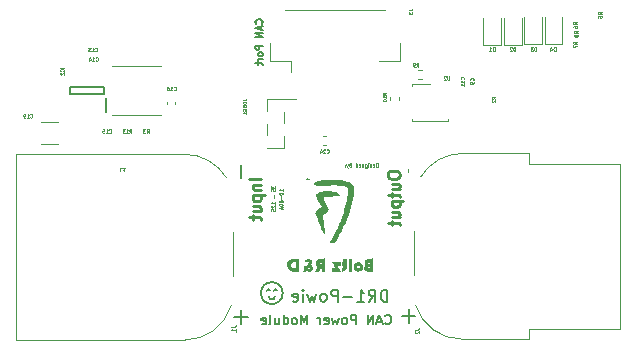
<source format=gbr>
%TF.GenerationSoftware,KiCad,Pcbnew,7.0.7*%
%TF.CreationDate,2023-09-11T02:53:06+05:30*%
%TF.ProjectId,DR1-Powie,4452312d-506f-4776-9965-2e6b69636164,rev?*%
%TF.SameCoordinates,Original*%
%TF.FileFunction,Legend,Bot*%
%TF.FilePolarity,Positive*%
%FSLAX46Y46*%
G04 Gerber Fmt 4.6, Leading zero omitted, Abs format (unit mm)*
G04 Created by KiCad (PCBNEW 7.0.7) date 2023-09-11 02:53:06*
%MOMM*%
%LPD*%
G01*
G04 APERTURE LIST*
%ADD10C,0.150000*%
%ADD11C,0.200000*%
%ADD12C,0.075000*%
%ADD13C,0.250000*%
%ADD14C,0.120000*%
%ADD15C,0.100000*%
G04 APERTURE END LIST*
D10*
X110900000Y-62700000D02*
G75*
G03*
X110600000Y-62700000I-150000J0D01*
G01*
X111376482Y-62900000D02*
G75*
G03*
X111376482Y-62900000I-926482J0D01*
G01*
X110200000Y-63200000D02*
G75*
G03*
X110700000Y-63200000I250000J0D01*
G01*
X110300000Y-62700000D02*
G75*
G03*
X110000000Y-62700000I-150000J0D01*
G01*
D11*
X120230326Y-63617219D02*
X120230326Y-62617219D01*
X120230326Y-62617219D02*
X119992231Y-62617219D01*
X119992231Y-62617219D02*
X119849374Y-62664838D01*
X119849374Y-62664838D02*
X119754136Y-62760076D01*
X119754136Y-62760076D02*
X119706517Y-62855314D01*
X119706517Y-62855314D02*
X119658898Y-63045790D01*
X119658898Y-63045790D02*
X119658898Y-63188647D01*
X119658898Y-63188647D02*
X119706517Y-63379123D01*
X119706517Y-63379123D02*
X119754136Y-63474361D01*
X119754136Y-63474361D02*
X119849374Y-63569600D01*
X119849374Y-63569600D02*
X119992231Y-63617219D01*
X119992231Y-63617219D02*
X120230326Y-63617219D01*
X118658898Y-63617219D02*
X118992231Y-63141028D01*
X119230326Y-63617219D02*
X119230326Y-62617219D01*
X119230326Y-62617219D02*
X118849374Y-62617219D01*
X118849374Y-62617219D02*
X118754136Y-62664838D01*
X118754136Y-62664838D02*
X118706517Y-62712457D01*
X118706517Y-62712457D02*
X118658898Y-62807695D01*
X118658898Y-62807695D02*
X118658898Y-62950552D01*
X118658898Y-62950552D02*
X118706517Y-63045790D01*
X118706517Y-63045790D02*
X118754136Y-63093409D01*
X118754136Y-63093409D02*
X118849374Y-63141028D01*
X118849374Y-63141028D02*
X119230326Y-63141028D01*
X117706517Y-63617219D02*
X118277945Y-63617219D01*
X117992231Y-63617219D02*
X117992231Y-62617219D01*
X117992231Y-62617219D02*
X118087469Y-62760076D01*
X118087469Y-62760076D02*
X118182707Y-62855314D01*
X118182707Y-62855314D02*
X118277945Y-62902933D01*
X117277945Y-63236266D02*
X116516041Y-63236266D01*
X116039850Y-63617219D02*
X116039850Y-62617219D01*
X116039850Y-62617219D02*
X115658898Y-62617219D01*
X115658898Y-62617219D02*
X115563660Y-62664838D01*
X115563660Y-62664838D02*
X115516041Y-62712457D01*
X115516041Y-62712457D02*
X115468422Y-62807695D01*
X115468422Y-62807695D02*
X115468422Y-62950552D01*
X115468422Y-62950552D02*
X115516041Y-63045790D01*
X115516041Y-63045790D02*
X115563660Y-63093409D01*
X115563660Y-63093409D02*
X115658898Y-63141028D01*
X115658898Y-63141028D02*
X116039850Y-63141028D01*
X114896993Y-63617219D02*
X114992231Y-63569600D01*
X114992231Y-63569600D02*
X115039850Y-63521980D01*
X115039850Y-63521980D02*
X115087469Y-63426742D01*
X115087469Y-63426742D02*
X115087469Y-63141028D01*
X115087469Y-63141028D02*
X115039850Y-63045790D01*
X115039850Y-63045790D02*
X114992231Y-62998171D01*
X114992231Y-62998171D02*
X114896993Y-62950552D01*
X114896993Y-62950552D02*
X114754136Y-62950552D01*
X114754136Y-62950552D02*
X114658898Y-62998171D01*
X114658898Y-62998171D02*
X114611279Y-63045790D01*
X114611279Y-63045790D02*
X114563660Y-63141028D01*
X114563660Y-63141028D02*
X114563660Y-63426742D01*
X114563660Y-63426742D02*
X114611279Y-63521980D01*
X114611279Y-63521980D02*
X114658898Y-63569600D01*
X114658898Y-63569600D02*
X114754136Y-63617219D01*
X114754136Y-63617219D02*
X114896993Y-63617219D01*
X114230326Y-62950552D02*
X114039850Y-63617219D01*
X114039850Y-63617219D02*
X113849374Y-63141028D01*
X113849374Y-63141028D02*
X113658898Y-63617219D01*
X113658898Y-63617219D02*
X113468422Y-62950552D01*
X113087469Y-63617219D02*
X113087469Y-62950552D01*
X113087469Y-62617219D02*
X113135088Y-62664838D01*
X113135088Y-62664838D02*
X113087469Y-62712457D01*
X113087469Y-62712457D02*
X113039850Y-62664838D01*
X113039850Y-62664838D02*
X113087469Y-62617219D01*
X113087469Y-62617219D02*
X113087469Y-62712457D01*
X112230327Y-63569600D02*
X112325565Y-63617219D01*
X112325565Y-63617219D02*
X112516041Y-63617219D01*
X112516041Y-63617219D02*
X112611279Y-63569600D01*
X112611279Y-63569600D02*
X112658898Y-63474361D01*
X112658898Y-63474361D02*
X112658898Y-63093409D01*
X112658898Y-63093409D02*
X112611279Y-62998171D01*
X112611279Y-62998171D02*
X112516041Y-62950552D01*
X112516041Y-62950552D02*
X112325565Y-62950552D01*
X112325565Y-62950552D02*
X112230327Y-62998171D01*
X112230327Y-62998171D02*
X112182708Y-63093409D01*
X112182708Y-63093409D02*
X112182708Y-63188647D01*
X112182708Y-63188647D02*
X112658898Y-63283885D01*
D12*
X119429229Y-52209385D02*
X119429229Y-51909385D01*
X119429229Y-51909385D02*
X119357800Y-51909385D01*
X119357800Y-51909385D02*
X119314943Y-51923671D01*
X119314943Y-51923671D02*
X119286372Y-51952242D01*
X119286372Y-51952242D02*
X119272086Y-51980814D01*
X119272086Y-51980814D02*
X119257800Y-52037957D01*
X119257800Y-52037957D02*
X119257800Y-52080814D01*
X119257800Y-52080814D02*
X119272086Y-52137957D01*
X119272086Y-52137957D02*
X119286372Y-52166528D01*
X119286372Y-52166528D02*
X119314943Y-52195100D01*
X119314943Y-52195100D02*
X119357800Y-52209385D01*
X119357800Y-52209385D02*
X119429229Y-52209385D01*
X119014943Y-52195100D02*
X119043515Y-52209385D01*
X119043515Y-52209385D02*
X119100658Y-52209385D01*
X119100658Y-52209385D02*
X119129229Y-52195100D01*
X119129229Y-52195100D02*
X119143515Y-52166528D01*
X119143515Y-52166528D02*
X119143515Y-52052242D01*
X119143515Y-52052242D02*
X119129229Y-52023671D01*
X119129229Y-52023671D02*
X119100658Y-52009385D01*
X119100658Y-52009385D02*
X119043515Y-52009385D01*
X119043515Y-52009385D02*
X119014943Y-52023671D01*
X119014943Y-52023671D02*
X119000658Y-52052242D01*
X119000658Y-52052242D02*
X119000658Y-52080814D01*
X119000658Y-52080814D02*
X119143515Y-52109385D01*
X118886372Y-52195100D02*
X118857800Y-52209385D01*
X118857800Y-52209385D02*
X118800657Y-52209385D01*
X118800657Y-52209385D02*
X118772086Y-52195100D01*
X118772086Y-52195100D02*
X118757800Y-52166528D01*
X118757800Y-52166528D02*
X118757800Y-52152242D01*
X118757800Y-52152242D02*
X118772086Y-52123671D01*
X118772086Y-52123671D02*
X118800657Y-52109385D01*
X118800657Y-52109385D02*
X118843515Y-52109385D01*
X118843515Y-52109385D02*
X118872086Y-52095100D01*
X118872086Y-52095100D02*
X118886372Y-52066528D01*
X118886372Y-52066528D02*
X118886372Y-52052242D01*
X118886372Y-52052242D02*
X118872086Y-52023671D01*
X118872086Y-52023671D02*
X118843515Y-52009385D01*
X118843515Y-52009385D02*
X118800657Y-52009385D01*
X118800657Y-52009385D02*
X118772086Y-52023671D01*
X118629229Y-52209385D02*
X118629229Y-52009385D01*
X118629229Y-51909385D02*
X118643515Y-51923671D01*
X118643515Y-51923671D02*
X118629229Y-51937957D01*
X118629229Y-51937957D02*
X118614943Y-51923671D01*
X118614943Y-51923671D02*
X118629229Y-51909385D01*
X118629229Y-51909385D02*
X118629229Y-51937957D01*
X118357801Y-52009385D02*
X118357801Y-52252242D01*
X118357801Y-52252242D02*
X118372086Y-52280814D01*
X118372086Y-52280814D02*
X118386372Y-52295100D01*
X118386372Y-52295100D02*
X118414943Y-52309385D01*
X118414943Y-52309385D02*
X118457801Y-52309385D01*
X118457801Y-52309385D02*
X118486372Y-52295100D01*
X118357801Y-52195100D02*
X118386372Y-52209385D01*
X118386372Y-52209385D02*
X118443515Y-52209385D01*
X118443515Y-52209385D02*
X118472086Y-52195100D01*
X118472086Y-52195100D02*
X118486372Y-52180814D01*
X118486372Y-52180814D02*
X118500658Y-52152242D01*
X118500658Y-52152242D02*
X118500658Y-52066528D01*
X118500658Y-52066528D02*
X118486372Y-52037957D01*
X118486372Y-52037957D02*
X118472086Y-52023671D01*
X118472086Y-52023671D02*
X118443515Y-52009385D01*
X118443515Y-52009385D02*
X118386372Y-52009385D01*
X118386372Y-52009385D02*
X118357801Y-52023671D01*
X118214943Y-52009385D02*
X118214943Y-52209385D01*
X118214943Y-52037957D02*
X118200657Y-52023671D01*
X118200657Y-52023671D02*
X118172086Y-52009385D01*
X118172086Y-52009385D02*
X118129229Y-52009385D01*
X118129229Y-52009385D02*
X118100657Y-52023671D01*
X118100657Y-52023671D02*
X118086372Y-52052242D01*
X118086372Y-52052242D02*
X118086372Y-52209385D01*
X117829228Y-52195100D02*
X117857800Y-52209385D01*
X117857800Y-52209385D02*
X117914943Y-52209385D01*
X117914943Y-52209385D02*
X117943514Y-52195100D01*
X117943514Y-52195100D02*
X117957800Y-52166528D01*
X117957800Y-52166528D02*
X117957800Y-52052242D01*
X117957800Y-52052242D02*
X117943514Y-52023671D01*
X117943514Y-52023671D02*
X117914943Y-52009385D01*
X117914943Y-52009385D02*
X117857800Y-52009385D01*
X117857800Y-52009385D02*
X117829228Y-52023671D01*
X117829228Y-52023671D02*
X117814943Y-52052242D01*
X117814943Y-52052242D02*
X117814943Y-52080814D01*
X117814943Y-52080814D02*
X117957800Y-52109385D01*
X117557800Y-52209385D02*
X117557800Y-51909385D01*
X117557800Y-52195100D02*
X117586371Y-52209385D01*
X117586371Y-52209385D02*
X117643514Y-52209385D01*
X117643514Y-52209385D02*
X117672085Y-52195100D01*
X117672085Y-52195100D02*
X117686371Y-52180814D01*
X117686371Y-52180814D02*
X117700657Y-52152242D01*
X117700657Y-52152242D02*
X117700657Y-52066528D01*
X117700657Y-52066528D02*
X117686371Y-52037957D01*
X117686371Y-52037957D02*
X117672085Y-52023671D01*
X117672085Y-52023671D02*
X117643514Y-52009385D01*
X117643514Y-52009385D02*
X117586371Y-52009385D01*
X117586371Y-52009385D02*
X117557800Y-52023671D01*
X117086371Y-52052242D02*
X117043514Y-52066528D01*
X117043514Y-52066528D02*
X117029228Y-52080814D01*
X117029228Y-52080814D02*
X117014942Y-52109385D01*
X117014942Y-52109385D02*
X117014942Y-52152242D01*
X117014942Y-52152242D02*
X117029228Y-52180814D01*
X117029228Y-52180814D02*
X117043514Y-52195100D01*
X117043514Y-52195100D02*
X117072085Y-52209385D01*
X117072085Y-52209385D02*
X117186371Y-52209385D01*
X117186371Y-52209385D02*
X117186371Y-51909385D01*
X117186371Y-51909385D02*
X117086371Y-51909385D01*
X117086371Y-51909385D02*
X117057800Y-51923671D01*
X117057800Y-51923671D02*
X117043514Y-51937957D01*
X117043514Y-51937957D02*
X117029228Y-51966528D01*
X117029228Y-51966528D02*
X117029228Y-51995100D01*
X117029228Y-51995100D02*
X117043514Y-52023671D01*
X117043514Y-52023671D02*
X117057800Y-52037957D01*
X117057800Y-52037957D02*
X117086371Y-52052242D01*
X117086371Y-52052242D02*
X117186371Y-52052242D01*
X116914942Y-52009385D02*
X116843514Y-52209385D01*
X116772085Y-52009385D02*
X116843514Y-52209385D01*
X116843514Y-52209385D02*
X116872085Y-52280814D01*
X116872085Y-52280814D02*
X116886371Y-52295100D01*
X116886371Y-52295100D02*
X116914942Y-52309385D01*
X116657800Y-52180814D02*
X116643514Y-52195100D01*
X116643514Y-52195100D02*
X116657800Y-52209385D01*
X116657800Y-52209385D02*
X116672086Y-52195100D01*
X116672086Y-52195100D02*
X116657800Y-52180814D01*
X116657800Y-52180814D02*
X116657800Y-52209385D01*
X116657800Y-52023671D02*
X116643514Y-52037957D01*
X116643514Y-52037957D02*
X116657800Y-52052242D01*
X116657800Y-52052242D02*
X116672086Y-52037957D01*
X116672086Y-52037957D02*
X116657800Y-52023671D01*
X116657800Y-52023671D02*
X116657800Y-52052242D01*
D10*
X120053696Y-65468104D02*
X120091792Y-65506200D01*
X120091792Y-65506200D02*
X120206077Y-65544295D01*
X120206077Y-65544295D02*
X120282268Y-65544295D01*
X120282268Y-65544295D02*
X120396554Y-65506200D01*
X120396554Y-65506200D02*
X120472744Y-65430009D01*
X120472744Y-65430009D02*
X120510839Y-65353819D01*
X120510839Y-65353819D02*
X120548935Y-65201438D01*
X120548935Y-65201438D02*
X120548935Y-65087152D01*
X120548935Y-65087152D02*
X120510839Y-64934771D01*
X120510839Y-64934771D02*
X120472744Y-64858580D01*
X120472744Y-64858580D02*
X120396554Y-64782390D01*
X120396554Y-64782390D02*
X120282268Y-64744295D01*
X120282268Y-64744295D02*
X120206077Y-64744295D01*
X120206077Y-64744295D02*
X120091792Y-64782390D01*
X120091792Y-64782390D02*
X120053696Y-64820485D01*
X119748935Y-65315723D02*
X119367982Y-65315723D01*
X119825125Y-65544295D02*
X119558458Y-64744295D01*
X119558458Y-64744295D02*
X119291792Y-65544295D01*
X119025125Y-65544295D02*
X119025125Y-64744295D01*
X119025125Y-64744295D02*
X118567982Y-65544295D01*
X118567982Y-65544295D02*
X118567982Y-64744295D01*
X117577506Y-65544295D02*
X117577506Y-64744295D01*
X117577506Y-64744295D02*
X117272744Y-64744295D01*
X117272744Y-64744295D02*
X117196554Y-64782390D01*
X117196554Y-64782390D02*
X117158459Y-64820485D01*
X117158459Y-64820485D02*
X117120363Y-64896676D01*
X117120363Y-64896676D02*
X117120363Y-65010961D01*
X117120363Y-65010961D02*
X117158459Y-65087152D01*
X117158459Y-65087152D02*
X117196554Y-65125247D01*
X117196554Y-65125247D02*
X117272744Y-65163342D01*
X117272744Y-65163342D02*
X117577506Y-65163342D01*
X116663221Y-65544295D02*
X116739411Y-65506200D01*
X116739411Y-65506200D02*
X116777506Y-65468104D01*
X116777506Y-65468104D02*
X116815602Y-65391914D01*
X116815602Y-65391914D02*
X116815602Y-65163342D01*
X116815602Y-65163342D02*
X116777506Y-65087152D01*
X116777506Y-65087152D02*
X116739411Y-65049057D01*
X116739411Y-65049057D02*
X116663221Y-65010961D01*
X116663221Y-65010961D02*
X116548935Y-65010961D01*
X116548935Y-65010961D02*
X116472744Y-65049057D01*
X116472744Y-65049057D02*
X116434649Y-65087152D01*
X116434649Y-65087152D02*
X116396554Y-65163342D01*
X116396554Y-65163342D02*
X116396554Y-65391914D01*
X116396554Y-65391914D02*
X116434649Y-65468104D01*
X116434649Y-65468104D02*
X116472744Y-65506200D01*
X116472744Y-65506200D02*
X116548935Y-65544295D01*
X116548935Y-65544295D02*
X116663221Y-65544295D01*
X116129887Y-65010961D02*
X115977506Y-65544295D01*
X115977506Y-65544295D02*
X115825125Y-65163342D01*
X115825125Y-65163342D02*
X115672744Y-65544295D01*
X115672744Y-65544295D02*
X115520363Y-65010961D01*
X114910839Y-65506200D02*
X114987030Y-65544295D01*
X114987030Y-65544295D02*
X115139411Y-65544295D01*
X115139411Y-65544295D02*
X115215601Y-65506200D01*
X115215601Y-65506200D02*
X115253697Y-65430009D01*
X115253697Y-65430009D02*
X115253697Y-65125247D01*
X115253697Y-65125247D02*
X115215601Y-65049057D01*
X115215601Y-65049057D02*
X115139411Y-65010961D01*
X115139411Y-65010961D02*
X114987030Y-65010961D01*
X114987030Y-65010961D02*
X114910839Y-65049057D01*
X114910839Y-65049057D02*
X114872744Y-65125247D01*
X114872744Y-65125247D02*
X114872744Y-65201438D01*
X114872744Y-65201438D02*
X115253697Y-65277628D01*
X114529887Y-65544295D02*
X114529887Y-65010961D01*
X114529887Y-65163342D02*
X114491792Y-65087152D01*
X114491792Y-65087152D02*
X114453697Y-65049057D01*
X114453697Y-65049057D02*
X114377506Y-65010961D01*
X114377506Y-65010961D02*
X114301316Y-65010961D01*
X113425125Y-65544295D02*
X113425125Y-64744295D01*
X113425125Y-64744295D02*
X113158459Y-65315723D01*
X113158459Y-65315723D02*
X112891792Y-64744295D01*
X112891792Y-64744295D02*
X112891792Y-65544295D01*
X112396554Y-65544295D02*
X112472744Y-65506200D01*
X112472744Y-65506200D02*
X112510839Y-65468104D01*
X112510839Y-65468104D02*
X112548935Y-65391914D01*
X112548935Y-65391914D02*
X112548935Y-65163342D01*
X112548935Y-65163342D02*
X112510839Y-65087152D01*
X112510839Y-65087152D02*
X112472744Y-65049057D01*
X112472744Y-65049057D02*
X112396554Y-65010961D01*
X112396554Y-65010961D02*
X112282268Y-65010961D01*
X112282268Y-65010961D02*
X112206077Y-65049057D01*
X112206077Y-65049057D02*
X112167982Y-65087152D01*
X112167982Y-65087152D02*
X112129887Y-65163342D01*
X112129887Y-65163342D02*
X112129887Y-65391914D01*
X112129887Y-65391914D02*
X112167982Y-65468104D01*
X112167982Y-65468104D02*
X112206077Y-65506200D01*
X112206077Y-65506200D02*
X112282268Y-65544295D01*
X112282268Y-65544295D02*
X112396554Y-65544295D01*
X111444172Y-65544295D02*
X111444172Y-64744295D01*
X111444172Y-65506200D02*
X111520363Y-65544295D01*
X111520363Y-65544295D02*
X111672744Y-65544295D01*
X111672744Y-65544295D02*
X111748934Y-65506200D01*
X111748934Y-65506200D02*
X111787029Y-65468104D01*
X111787029Y-65468104D02*
X111825125Y-65391914D01*
X111825125Y-65391914D02*
X111825125Y-65163342D01*
X111825125Y-65163342D02*
X111787029Y-65087152D01*
X111787029Y-65087152D02*
X111748934Y-65049057D01*
X111748934Y-65049057D02*
X111672744Y-65010961D01*
X111672744Y-65010961D02*
X111520363Y-65010961D01*
X111520363Y-65010961D02*
X111444172Y-65049057D01*
X110720362Y-65010961D02*
X110720362Y-65544295D01*
X111063219Y-65010961D02*
X111063219Y-65430009D01*
X111063219Y-65430009D02*
X111025124Y-65506200D01*
X111025124Y-65506200D02*
X110948934Y-65544295D01*
X110948934Y-65544295D02*
X110834648Y-65544295D01*
X110834648Y-65544295D02*
X110758457Y-65506200D01*
X110758457Y-65506200D02*
X110720362Y-65468104D01*
X110225124Y-65544295D02*
X110301314Y-65506200D01*
X110301314Y-65506200D02*
X110339409Y-65430009D01*
X110339409Y-65430009D02*
X110339409Y-64744295D01*
X109615599Y-65506200D02*
X109691790Y-65544295D01*
X109691790Y-65544295D02*
X109844171Y-65544295D01*
X109844171Y-65544295D02*
X109920361Y-65506200D01*
X109920361Y-65506200D02*
X109958457Y-65430009D01*
X109958457Y-65430009D02*
X109958457Y-65125247D01*
X109958457Y-65125247D02*
X109920361Y-65049057D01*
X109920361Y-65049057D02*
X109844171Y-65010961D01*
X109844171Y-65010961D02*
X109691790Y-65010961D01*
X109691790Y-65010961D02*
X109615599Y-65049057D01*
X109615599Y-65049057D02*
X109577504Y-65125247D01*
X109577504Y-65125247D02*
X109577504Y-65201438D01*
X109577504Y-65201438D02*
X109958457Y-65277628D01*
D13*
X109514619Y-53252568D02*
X108514619Y-53252568D01*
X108847952Y-53728758D02*
X109514619Y-53728758D01*
X108943190Y-53728758D02*
X108895571Y-53776377D01*
X108895571Y-53776377D02*
X108847952Y-53871615D01*
X108847952Y-53871615D02*
X108847952Y-54014472D01*
X108847952Y-54014472D02*
X108895571Y-54109710D01*
X108895571Y-54109710D02*
X108990809Y-54157329D01*
X108990809Y-54157329D02*
X109514619Y-54157329D01*
X108847952Y-54633520D02*
X109847952Y-54633520D01*
X108895571Y-54633520D02*
X108847952Y-54728758D01*
X108847952Y-54728758D02*
X108847952Y-54919234D01*
X108847952Y-54919234D02*
X108895571Y-55014472D01*
X108895571Y-55014472D02*
X108943190Y-55062091D01*
X108943190Y-55062091D02*
X109038428Y-55109710D01*
X109038428Y-55109710D02*
X109324142Y-55109710D01*
X109324142Y-55109710D02*
X109419380Y-55062091D01*
X109419380Y-55062091D02*
X109467000Y-55014472D01*
X109467000Y-55014472D02*
X109514619Y-54919234D01*
X109514619Y-54919234D02*
X109514619Y-54728758D01*
X109514619Y-54728758D02*
X109467000Y-54633520D01*
X108847952Y-55966853D02*
X109514619Y-55966853D01*
X108847952Y-55538282D02*
X109371761Y-55538282D01*
X109371761Y-55538282D02*
X109467000Y-55585901D01*
X109467000Y-55585901D02*
X109514619Y-55681139D01*
X109514619Y-55681139D02*
X109514619Y-55823996D01*
X109514619Y-55823996D02*
X109467000Y-55919234D01*
X109467000Y-55919234D02*
X109419380Y-55966853D01*
X108847952Y-56300187D02*
X108847952Y-56681139D01*
X108514619Y-56443044D02*
X109371761Y-56443044D01*
X109371761Y-56443044D02*
X109467000Y-56490663D01*
X109467000Y-56490663D02*
X109514619Y-56585901D01*
X109514619Y-56585901D02*
X109514619Y-56681139D01*
X120264619Y-52793044D02*
X120264619Y-52983520D01*
X120264619Y-52983520D02*
X120312238Y-53078758D01*
X120312238Y-53078758D02*
X120407476Y-53173996D01*
X120407476Y-53173996D02*
X120597952Y-53221615D01*
X120597952Y-53221615D02*
X120931285Y-53221615D01*
X120931285Y-53221615D02*
X121121761Y-53173996D01*
X121121761Y-53173996D02*
X121217000Y-53078758D01*
X121217000Y-53078758D02*
X121264619Y-52983520D01*
X121264619Y-52983520D02*
X121264619Y-52793044D01*
X121264619Y-52793044D02*
X121217000Y-52697806D01*
X121217000Y-52697806D02*
X121121761Y-52602568D01*
X121121761Y-52602568D02*
X120931285Y-52554949D01*
X120931285Y-52554949D02*
X120597952Y-52554949D01*
X120597952Y-52554949D02*
X120407476Y-52602568D01*
X120407476Y-52602568D02*
X120312238Y-52697806D01*
X120312238Y-52697806D02*
X120264619Y-52793044D01*
X120597952Y-54078758D02*
X121264619Y-54078758D01*
X120597952Y-53650187D02*
X121121761Y-53650187D01*
X121121761Y-53650187D02*
X121217000Y-53697806D01*
X121217000Y-53697806D02*
X121264619Y-53793044D01*
X121264619Y-53793044D02*
X121264619Y-53935901D01*
X121264619Y-53935901D02*
X121217000Y-54031139D01*
X121217000Y-54031139D02*
X121169380Y-54078758D01*
X120597952Y-54412092D02*
X120597952Y-54793044D01*
X120264619Y-54554949D02*
X121121761Y-54554949D01*
X121121761Y-54554949D02*
X121217000Y-54602568D01*
X121217000Y-54602568D02*
X121264619Y-54697806D01*
X121264619Y-54697806D02*
X121264619Y-54793044D01*
X120597952Y-55126378D02*
X121597952Y-55126378D01*
X120645571Y-55126378D02*
X120597952Y-55221616D01*
X120597952Y-55221616D02*
X120597952Y-55412092D01*
X120597952Y-55412092D02*
X120645571Y-55507330D01*
X120645571Y-55507330D02*
X120693190Y-55554949D01*
X120693190Y-55554949D02*
X120788428Y-55602568D01*
X120788428Y-55602568D02*
X121074142Y-55602568D01*
X121074142Y-55602568D02*
X121169380Y-55554949D01*
X121169380Y-55554949D02*
X121217000Y-55507330D01*
X121217000Y-55507330D02*
X121264619Y-55412092D01*
X121264619Y-55412092D02*
X121264619Y-55221616D01*
X121264619Y-55221616D02*
X121217000Y-55126378D01*
X120597952Y-56459711D02*
X121264619Y-56459711D01*
X120597952Y-56031140D02*
X121121761Y-56031140D01*
X121121761Y-56031140D02*
X121217000Y-56078759D01*
X121217000Y-56078759D02*
X121264619Y-56173997D01*
X121264619Y-56173997D02*
X121264619Y-56316854D01*
X121264619Y-56316854D02*
X121217000Y-56412092D01*
X121217000Y-56412092D02*
X121169380Y-56459711D01*
X120597952Y-56793045D02*
X120597952Y-57173997D01*
X120264619Y-56935902D02*
X121121761Y-56935902D01*
X121121761Y-56935902D02*
X121217000Y-56983521D01*
X121217000Y-56983521D02*
X121264619Y-57078759D01*
X121264619Y-57078759D02*
X121264619Y-57173997D01*
D10*
X109611628Y-40084398D02*
X109640200Y-40055826D01*
X109640200Y-40055826D02*
X109668771Y-39970112D01*
X109668771Y-39970112D02*
X109668771Y-39912969D01*
X109668771Y-39912969D02*
X109640200Y-39827255D01*
X109640200Y-39827255D02*
X109583057Y-39770112D01*
X109583057Y-39770112D02*
X109525914Y-39741541D01*
X109525914Y-39741541D02*
X109411628Y-39712969D01*
X109411628Y-39712969D02*
X109325914Y-39712969D01*
X109325914Y-39712969D02*
X109211628Y-39741541D01*
X109211628Y-39741541D02*
X109154485Y-39770112D01*
X109154485Y-39770112D02*
X109097342Y-39827255D01*
X109097342Y-39827255D02*
X109068771Y-39912969D01*
X109068771Y-39912969D02*
X109068771Y-39970112D01*
X109068771Y-39970112D02*
X109097342Y-40055826D01*
X109097342Y-40055826D02*
X109125914Y-40084398D01*
X109497342Y-40312969D02*
X109497342Y-40598684D01*
X109668771Y-40255826D02*
X109068771Y-40455826D01*
X109068771Y-40455826D02*
X109668771Y-40655826D01*
X109668771Y-40855827D02*
X109068771Y-40855827D01*
X109068771Y-40855827D02*
X109668771Y-41198684D01*
X109668771Y-41198684D02*
X109068771Y-41198684D01*
X109668771Y-41941541D02*
X109068771Y-41941541D01*
X109068771Y-41941541D02*
X109068771Y-42170112D01*
X109068771Y-42170112D02*
X109097342Y-42227255D01*
X109097342Y-42227255D02*
X109125914Y-42255826D01*
X109125914Y-42255826D02*
X109183057Y-42284398D01*
X109183057Y-42284398D02*
X109268771Y-42284398D01*
X109268771Y-42284398D02*
X109325914Y-42255826D01*
X109325914Y-42255826D02*
X109354485Y-42227255D01*
X109354485Y-42227255D02*
X109383057Y-42170112D01*
X109383057Y-42170112D02*
X109383057Y-41941541D01*
X109668771Y-42627255D02*
X109640200Y-42570112D01*
X109640200Y-42570112D02*
X109611628Y-42541541D01*
X109611628Y-42541541D02*
X109554485Y-42512969D01*
X109554485Y-42512969D02*
X109383057Y-42512969D01*
X109383057Y-42512969D02*
X109325914Y-42541541D01*
X109325914Y-42541541D02*
X109297342Y-42570112D01*
X109297342Y-42570112D02*
X109268771Y-42627255D01*
X109268771Y-42627255D02*
X109268771Y-42712969D01*
X109268771Y-42712969D02*
X109297342Y-42770112D01*
X109297342Y-42770112D02*
X109325914Y-42798684D01*
X109325914Y-42798684D02*
X109383057Y-42827255D01*
X109383057Y-42827255D02*
X109554485Y-42827255D01*
X109554485Y-42827255D02*
X109611628Y-42798684D01*
X109611628Y-42798684D02*
X109640200Y-42770112D01*
X109640200Y-42770112D02*
X109668771Y-42712969D01*
X109668771Y-42712969D02*
X109668771Y-42627255D01*
X109668771Y-43084398D02*
X109268771Y-43084398D01*
X109383057Y-43084398D02*
X109325914Y-43112969D01*
X109325914Y-43112969D02*
X109297342Y-43141541D01*
X109297342Y-43141541D02*
X109268771Y-43198683D01*
X109268771Y-43198683D02*
X109268771Y-43255826D01*
X109268771Y-43370112D02*
X109268771Y-43598684D01*
X109068771Y-43455827D02*
X109583057Y-43455827D01*
X109583057Y-43455827D02*
X109640200Y-43484398D01*
X109640200Y-43484398D02*
X109668771Y-43541541D01*
X109668771Y-43541541D02*
X109668771Y-43598684D01*
D12*
X111359385Y-54277913D02*
X111359385Y-54106484D01*
X111359385Y-54192199D02*
X111059385Y-54192199D01*
X111059385Y-54192199D02*
X111102242Y-54163627D01*
X111102242Y-54163627D02*
X111130814Y-54135056D01*
X111130814Y-54135056D02*
X111145100Y-54106484D01*
X111059385Y-54463627D02*
X111059385Y-54492198D01*
X111059385Y-54492198D02*
X111073671Y-54520770D01*
X111073671Y-54520770D02*
X111087957Y-54535056D01*
X111087957Y-54535056D02*
X111116528Y-54549341D01*
X111116528Y-54549341D02*
X111173671Y-54563627D01*
X111173671Y-54563627D02*
X111245100Y-54563627D01*
X111245100Y-54563627D02*
X111302242Y-54549341D01*
X111302242Y-54549341D02*
X111330814Y-54535056D01*
X111330814Y-54535056D02*
X111345100Y-54520770D01*
X111345100Y-54520770D02*
X111359385Y-54492198D01*
X111359385Y-54492198D02*
X111359385Y-54463627D01*
X111359385Y-54463627D02*
X111345100Y-54435056D01*
X111345100Y-54435056D02*
X111330814Y-54420770D01*
X111330814Y-54420770D02*
X111302242Y-54406484D01*
X111302242Y-54406484D02*
X111245100Y-54392198D01*
X111245100Y-54392198D02*
X111173671Y-54392198D01*
X111173671Y-54392198D02*
X111116528Y-54406484D01*
X111116528Y-54406484D02*
X111087957Y-54420770D01*
X111087957Y-54420770D02*
X111073671Y-54435056D01*
X111073671Y-54435056D02*
X111059385Y-54463627D01*
X111245100Y-54692198D02*
X111245100Y-54920770D01*
X111059385Y-55192199D02*
X111059385Y-55135056D01*
X111059385Y-55135056D02*
X111073671Y-55106484D01*
X111073671Y-55106484D02*
X111087957Y-55092199D01*
X111087957Y-55092199D02*
X111130814Y-55063627D01*
X111130814Y-55063627D02*
X111187957Y-55049341D01*
X111187957Y-55049341D02*
X111302242Y-55049341D01*
X111302242Y-55049341D02*
X111330814Y-55063627D01*
X111330814Y-55063627D02*
X111345100Y-55077913D01*
X111345100Y-55077913D02*
X111359385Y-55106484D01*
X111359385Y-55106484D02*
X111359385Y-55163627D01*
X111359385Y-55163627D02*
X111345100Y-55192199D01*
X111345100Y-55192199D02*
X111330814Y-55206484D01*
X111330814Y-55206484D02*
X111302242Y-55220770D01*
X111302242Y-55220770D02*
X111230814Y-55220770D01*
X111230814Y-55220770D02*
X111202242Y-55206484D01*
X111202242Y-55206484D02*
X111187957Y-55192199D01*
X111187957Y-55192199D02*
X111173671Y-55163627D01*
X111173671Y-55163627D02*
X111173671Y-55106484D01*
X111173671Y-55106484D02*
X111187957Y-55077913D01*
X111187957Y-55077913D02*
X111202242Y-55063627D01*
X111202242Y-55063627D02*
X111230814Y-55049341D01*
X111059385Y-55406484D02*
X111059385Y-55435055D01*
X111059385Y-55435055D02*
X111073671Y-55463627D01*
X111073671Y-55463627D02*
X111087957Y-55477913D01*
X111087957Y-55477913D02*
X111116528Y-55492198D01*
X111116528Y-55492198D02*
X111173671Y-55506484D01*
X111173671Y-55506484D02*
X111245100Y-55506484D01*
X111245100Y-55506484D02*
X111302242Y-55492198D01*
X111302242Y-55492198D02*
X111330814Y-55477913D01*
X111330814Y-55477913D02*
X111345100Y-55463627D01*
X111345100Y-55463627D02*
X111359385Y-55435055D01*
X111359385Y-55435055D02*
X111359385Y-55406484D01*
X111359385Y-55406484D02*
X111345100Y-55377913D01*
X111345100Y-55377913D02*
X111330814Y-55363627D01*
X111330814Y-55363627D02*
X111302242Y-55349341D01*
X111302242Y-55349341D02*
X111245100Y-55335055D01*
X111245100Y-55335055D02*
X111173671Y-55335055D01*
X111173671Y-55335055D02*
X111116528Y-55349341D01*
X111116528Y-55349341D02*
X111087957Y-55363627D01*
X111087957Y-55363627D02*
X111073671Y-55377913D01*
X111073671Y-55377913D02*
X111059385Y-55406484D01*
X111273671Y-55620769D02*
X111273671Y-55763627D01*
X111359385Y-55592198D02*
X111059385Y-55692198D01*
X111059385Y-55692198D02*
X111359385Y-55792198D01*
X110409385Y-53792199D02*
X110409385Y-53977913D01*
X110409385Y-53977913D02*
X110523671Y-53877913D01*
X110523671Y-53877913D02*
X110523671Y-53920770D01*
X110523671Y-53920770D02*
X110537957Y-53949342D01*
X110537957Y-53949342D02*
X110552242Y-53963627D01*
X110552242Y-53963627D02*
X110580814Y-53977913D01*
X110580814Y-53977913D02*
X110652242Y-53977913D01*
X110652242Y-53977913D02*
X110680814Y-53963627D01*
X110680814Y-53963627D02*
X110695100Y-53949342D01*
X110695100Y-53949342D02*
X110709385Y-53920770D01*
X110709385Y-53920770D02*
X110709385Y-53835056D01*
X110709385Y-53835056D02*
X110695100Y-53806484D01*
X110695100Y-53806484D02*
X110680814Y-53792199D01*
X110695100Y-54092198D02*
X110709385Y-54135056D01*
X110709385Y-54135056D02*
X110709385Y-54206484D01*
X110709385Y-54206484D02*
X110695100Y-54235056D01*
X110695100Y-54235056D02*
X110680814Y-54249341D01*
X110680814Y-54249341D02*
X110652242Y-54263627D01*
X110652242Y-54263627D02*
X110623671Y-54263627D01*
X110623671Y-54263627D02*
X110595100Y-54249341D01*
X110595100Y-54249341D02*
X110580814Y-54235056D01*
X110580814Y-54235056D02*
X110566528Y-54206484D01*
X110566528Y-54206484D02*
X110552242Y-54149341D01*
X110552242Y-54149341D02*
X110537957Y-54120770D01*
X110537957Y-54120770D02*
X110523671Y-54106484D01*
X110523671Y-54106484D02*
X110495100Y-54092198D01*
X110495100Y-54092198D02*
X110466528Y-54092198D01*
X110466528Y-54092198D02*
X110437957Y-54106484D01*
X110437957Y-54106484D02*
X110423671Y-54120770D01*
X110423671Y-54120770D02*
X110409385Y-54149341D01*
X110409385Y-54149341D02*
X110409385Y-54220770D01*
X110409385Y-54220770D02*
X110423671Y-54263627D01*
X110595100Y-54620769D02*
X110595100Y-54849341D01*
X110709385Y-55377912D02*
X110709385Y-55206483D01*
X110709385Y-55292198D02*
X110409385Y-55292198D01*
X110409385Y-55292198D02*
X110452242Y-55263626D01*
X110452242Y-55263626D02*
X110480814Y-55235055D01*
X110480814Y-55235055D02*
X110495100Y-55206483D01*
X110437957Y-55492197D02*
X110423671Y-55506483D01*
X110423671Y-55506483D02*
X110409385Y-55535055D01*
X110409385Y-55535055D02*
X110409385Y-55606483D01*
X110409385Y-55606483D02*
X110423671Y-55635055D01*
X110423671Y-55635055D02*
X110437957Y-55649340D01*
X110437957Y-55649340D02*
X110466528Y-55663626D01*
X110466528Y-55663626D02*
X110495100Y-55663626D01*
X110495100Y-55663626D02*
X110537957Y-55649340D01*
X110537957Y-55649340D02*
X110709385Y-55477912D01*
X110709385Y-55477912D02*
X110709385Y-55663626D01*
X110695100Y-55777911D02*
X110709385Y-55820769D01*
X110709385Y-55820769D02*
X110709385Y-55892197D01*
X110709385Y-55892197D02*
X110695100Y-55920769D01*
X110695100Y-55920769D02*
X110680814Y-55935054D01*
X110680814Y-55935054D02*
X110652242Y-55949340D01*
X110652242Y-55949340D02*
X110623671Y-55949340D01*
X110623671Y-55949340D02*
X110595100Y-55935054D01*
X110595100Y-55935054D02*
X110580814Y-55920769D01*
X110580814Y-55920769D02*
X110566528Y-55892197D01*
X110566528Y-55892197D02*
X110552242Y-55835054D01*
X110552242Y-55835054D02*
X110537957Y-55806483D01*
X110537957Y-55806483D02*
X110523671Y-55792197D01*
X110523671Y-55792197D02*
X110495100Y-55777911D01*
X110495100Y-55777911D02*
X110466528Y-55777911D01*
X110466528Y-55777911D02*
X110437957Y-55792197D01*
X110437957Y-55792197D02*
X110423671Y-55806483D01*
X110423671Y-55806483D02*
X110409385Y-55835054D01*
X110409385Y-55835054D02*
X110409385Y-55906483D01*
X110409385Y-55906483D02*
X110423671Y-55949340D01*
X107994885Y-46550000D02*
X108209171Y-46550000D01*
X108209171Y-46550000D02*
X108252028Y-46535715D01*
X108252028Y-46535715D02*
X108280600Y-46507143D01*
X108280600Y-46507143D02*
X108294885Y-46464286D01*
X108294885Y-46464286D02*
X108294885Y-46435715D01*
X108294885Y-46692857D02*
X107994885Y-46692857D01*
X107994885Y-46692857D02*
X107994885Y-46764286D01*
X107994885Y-46764286D02*
X108009171Y-46807143D01*
X108009171Y-46807143D02*
X108037742Y-46835714D01*
X108037742Y-46835714D02*
X108066314Y-46850000D01*
X108066314Y-46850000D02*
X108123457Y-46864286D01*
X108123457Y-46864286D02*
X108166314Y-46864286D01*
X108166314Y-46864286D02*
X108223457Y-46850000D01*
X108223457Y-46850000D02*
X108252028Y-46835714D01*
X108252028Y-46835714D02*
X108280600Y-46807143D01*
X108280600Y-46807143D02*
X108294885Y-46764286D01*
X108294885Y-46764286D02*
X108294885Y-46692857D01*
X108137742Y-47092857D02*
X108152028Y-47135714D01*
X108152028Y-47135714D02*
X108166314Y-47150000D01*
X108166314Y-47150000D02*
X108194885Y-47164286D01*
X108194885Y-47164286D02*
X108237742Y-47164286D01*
X108237742Y-47164286D02*
X108266314Y-47150000D01*
X108266314Y-47150000D02*
X108280600Y-47135714D01*
X108280600Y-47135714D02*
X108294885Y-47107143D01*
X108294885Y-47107143D02*
X108294885Y-46992857D01*
X108294885Y-46992857D02*
X107994885Y-46992857D01*
X107994885Y-46992857D02*
X107994885Y-47092857D01*
X107994885Y-47092857D02*
X108009171Y-47121429D01*
X108009171Y-47121429D02*
X108023457Y-47135714D01*
X108023457Y-47135714D02*
X108052028Y-47150000D01*
X108052028Y-47150000D02*
X108080600Y-47150000D01*
X108080600Y-47150000D02*
X108109171Y-47135714D01*
X108109171Y-47135714D02*
X108123457Y-47121429D01*
X108123457Y-47121429D02*
X108137742Y-47092857D01*
X108137742Y-47092857D02*
X108137742Y-46992857D01*
X108009171Y-47450000D02*
X107994885Y-47421429D01*
X107994885Y-47421429D02*
X107994885Y-47378571D01*
X107994885Y-47378571D02*
X108009171Y-47335714D01*
X108009171Y-47335714D02*
X108037742Y-47307143D01*
X108037742Y-47307143D02*
X108066314Y-47292857D01*
X108066314Y-47292857D02*
X108123457Y-47278571D01*
X108123457Y-47278571D02*
X108166314Y-47278571D01*
X108166314Y-47278571D02*
X108223457Y-47292857D01*
X108223457Y-47292857D02*
X108252028Y-47307143D01*
X108252028Y-47307143D02*
X108280600Y-47335714D01*
X108280600Y-47335714D02*
X108294885Y-47378571D01*
X108294885Y-47378571D02*
X108294885Y-47407143D01*
X108294885Y-47407143D02*
X108280600Y-47450000D01*
X108280600Y-47450000D02*
X108266314Y-47464286D01*
X108266314Y-47464286D02*
X108166314Y-47464286D01*
X108166314Y-47464286D02*
X108166314Y-47407143D01*
X108294885Y-47750000D02*
X108294885Y-47578571D01*
X108294885Y-47664286D02*
X107994885Y-47664286D01*
X107994885Y-47664286D02*
X108037742Y-47635714D01*
X108037742Y-47635714D02*
X108066314Y-47607143D01*
X108066314Y-47607143D02*
X108080600Y-47578571D01*
X126706314Y-44807143D02*
X126720600Y-44792857D01*
X126720600Y-44792857D02*
X126734885Y-44750000D01*
X126734885Y-44750000D02*
X126734885Y-44721428D01*
X126734885Y-44721428D02*
X126720600Y-44678571D01*
X126720600Y-44678571D02*
X126692028Y-44650000D01*
X126692028Y-44650000D02*
X126663457Y-44635714D01*
X126663457Y-44635714D02*
X126606314Y-44621428D01*
X126606314Y-44621428D02*
X126563457Y-44621428D01*
X126563457Y-44621428D02*
X126506314Y-44635714D01*
X126506314Y-44635714D02*
X126477742Y-44650000D01*
X126477742Y-44650000D02*
X126449171Y-44678571D01*
X126449171Y-44678571D02*
X126434885Y-44721428D01*
X126434885Y-44721428D02*
X126434885Y-44750000D01*
X126434885Y-44750000D02*
X126449171Y-44792857D01*
X126449171Y-44792857D02*
X126463457Y-44807143D01*
X126734885Y-45092857D02*
X126734885Y-44921428D01*
X126734885Y-45007143D02*
X126434885Y-45007143D01*
X126434885Y-45007143D02*
X126477742Y-44978571D01*
X126477742Y-44978571D02*
X126506314Y-44950000D01*
X126506314Y-44950000D02*
X126520600Y-44921428D01*
X126734885Y-45378571D02*
X126734885Y-45207142D01*
X126734885Y-45292857D02*
X126434885Y-45292857D01*
X126434885Y-45292857D02*
X126477742Y-45264285D01*
X126477742Y-45264285D02*
X126506314Y-45235714D01*
X126506314Y-45235714D02*
X126520600Y-45207142D01*
X122699999Y-43734885D02*
X122799999Y-43592028D01*
X122871428Y-43734885D02*
X122871428Y-43434885D01*
X122871428Y-43434885D02*
X122757142Y-43434885D01*
X122757142Y-43434885D02*
X122728571Y-43449171D01*
X122728571Y-43449171D02*
X122714285Y-43463457D01*
X122714285Y-43463457D02*
X122699999Y-43492028D01*
X122699999Y-43492028D02*
X122699999Y-43534885D01*
X122699999Y-43534885D02*
X122714285Y-43563457D01*
X122714285Y-43563457D02*
X122728571Y-43577742D01*
X122728571Y-43577742D02*
X122757142Y-43592028D01*
X122757142Y-43592028D02*
X122871428Y-43592028D01*
X122557142Y-43734885D02*
X122499999Y-43734885D01*
X122499999Y-43734885D02*
X122471428Y-43720600D01*
X122471428Y-43720600D02*
X122457142Y-43706314D01*
X122457142Y-43706314D02*
X122428571Y-43663457D01*
X122428571Y-43663457D02*
X122414285Y-43606314D01*
X122414285Y-43606314D02*
X122414285Y-43492028D01*
X122414285Y-43492028D02*
X122428571Y-43463457D01*
X122428571Y-43463457D02*
X122442857Y-43449171D01*
X122442857Y-43449171D02*
X122471428Y-43434885D01*
X122471428Y-43434885D02*
X122528571Y-43434885D01*
X122528571Y-43434885D02*
X122557142Y-43449171D01*
X122557142Y-43449171D02*
X122571428Y-43463457D01*
X122571428Y-43463457D02*
X122585714Y-43492028D01*
X122585714Y-43492028D02*
X122585714Y-43563457D01*
X122585714Y-43563457D02*
X122571428Y-43592028D01*
X122571428Y-43592028D02*
X122557142Y-43606314D01*
X122557142Y-43606314D02*
X122528571Y-43620600D01*
X122528571Y-43620600D02*
X122471428Y-43620600D01*
X122471428Y-43620600D02*
X122442857Y-43606314D01*
X122442857Y-43606314D02*
X122428571Y-43592028D01*
X122428571Y-43592028D02*
X122414285Y-43563457D01*
X131071428Y-42384885D02*
X131071428Y-42084885D01*
X131071428Y-42084885D02*
X130999999Y-42084885D01*
X130999999Y-42084885D02*
X130957142Y-42099171D01*
X130957142Y-42099171D02*
X130928571Y-42127742D01*
X130928571Y-42127742D02*
X130914285Y-42156314D01*
X130914285Y-42156314D02*
X130899999Y-42213457D01*
X130899999Y-42213457D02*
X130899999Y-42256314D01*
X130899999Y-42256314D02*
X130914285Y-42313457D01*
X130914285Y-42313457D02*
X130928571Y-42342028D01*
X130928571Y-42342028D02*
X130957142Y-42370600D01*
X130957142Y-42370600D02*
X130999999Y-42384885D01*
X130999999Y-42384885D02*
X131071428Y-42384885D01*
X130785714Y-42113457D02*
X130771428Y-42099171D01*
X130771428Y-42099171D02*
X130742857Y-42084885D01*
X130742857Y-42084885D02*
X130671428Y-42084885D01*
X130671428Y-42084885D02*
X130642857Y-42099171D01*
X130642857Y-42099171D02*
X130628571Y-42113457D01*
X130628571Y-42113457D02*
X130614285Y-42142028D01*
X130614285Y-42142028D02*
X130614285Y-42170600D01*
X130614285Y-42170600D02*
X130628571Y-42213457D01*
X130628571Y-42213457D02*
X130799999Y-42384885D01*
X130799999Y-42384885D02*
X130614285Y-42384885D01*
X136284885Y-40150000D02*
X136142028Y-40050000D01*
X136284885Y-39978571D02*
X135984885Y-39978571D01*
X135984885Y-39978571D02*
X135984885Y-40092857D01*
X135984885Y-40092857D02*
X135999171Y-40121428D01*
X135999171Y-40121428D02*
X136013457Y-40135714D01*
X136013457Y-40135714D02*
X136042028Y-40150000D01*
X136042028Y-40150000D02*
X136084885Y-40150000D01*
X136084885Y-40150000D02*
X136113457Y-40135714D01*
X136113457Y-40135714D02*
X136127742Y-40121428D01*
X136127742Y-40121428D02*
X136142028Y-40092857D01*
X136142028Y-40092857D02*
X136142028Y-39978571D01*
X135984885Y-40407143D02*
X135984885Y-40350000D01*
X135984885Y-40350000D02*
X135999171Y-40321428D01*
X135999171Y-40321428D02*
X136013457Y-40307143D01*
X136013457Y-40307143D02*
X136056314Y-40278571D01*
X136056314Y-40278571D02*
X136113457Y-40264285D01*
X136113457Y-40264285D02*
X136227742Y-40264285D01*
X136227742Y-40264285D02*
X136256314Y-40278571D01*
X136256314Y-40278571D02*
X136270600Y-40292857D01*
X136270600Y-40292857D02*
X136284885Y-40321428D01*
X136284885Y-40321428D02*
X136284885Y-40378571D01*
X136284885Y-40378571D02*
X136270600Y-40407143D01*
X136270600Y-40407143D02*
X136256314Y-40421428D01*
X136256314Y-40421428D02*
X136227742Y-40435714D01*
X136227742Y-40435714D02*
X136156314Y-40435714D01*
X136156314Y-40435714D02*
X136127742Y-40421428D01*
X136127742Y-40421428D02*
X136113457Y-40407143D01*
X136113457Y-40407143D02*
X136099171Y-40378571D01*
X136099171Y-40378571D02*
X136099171Y-40321428D01*
X136099171Y-40321428D02*
X136113457Y-40292857D01*
X136113457Y-40292857D02*
X136127742Y-40278571D01*
X136127742Y-40278571D02*
X136156314Y-40264285D01*
X102142856Y-45706314D02*
X102157142Y-45720600D01*
X102157142Y-45720600D02*
X102199999Y-45734885D01*
X102199999Y-45734885D02*
X102228571Y-45734885D01*
X102228571Y-45734885D02*
X102271428Y-45720600D01*
X102271428Y-45720600D02*
X102299999Y-45692028D01*
X102299999Y-45692028D02*
X102314285Y-45663457D01*
X102314285Y-45663457D02*
X102328571Y-45606314D01*
X102328571Y-45606314D02*
X102328571Y-45563457D01*
X102328571Y-45563457D02*
X102314285Y-45506314D01*
X102314285Y-45506314D02*
X102299999Y-45477742D01*
X102299999Y-45477742D02*
X102271428Y-45449171D01*
X102271428Y-45449171D02*
X102228571Y-45434885D01*
X102228571Y-45434885D02*
X102199999Y-45434885D01*
X102199999Y-45434885D02*
X102157142Y-45449171D01*
X102157142Y-45449171D02*
X102142856Y-45463457D01*
X101857142Y-45734885D02*
X102028571Y-45734885D01*
X101942856Y-45734885D02*
X101942856Y-45434885D01*
X101942856Y-45434885D02*
X101971428Y-45477742D01*
X101971428Y-45477742D02*
X101999999Y-45506314D01*
X101999999Y-45506314D02*
X102028571Y-45520600D01*
X101600000Y-45434885D02*
X101657142Y-45434885D01*
X101657142Y-45434885D02*
X101685714Y-45449171D01*
X101685714Y-45449171D02*
X101700000Y-45463457D01*
X101700000Y-45463457D02*
X101728571Y-45506314D01*
X101728571Y-45506314D02*
X101742857Y-45563457D01*
X101742857Y-45563457D02*
X101742857Y-45677742D01*
X101742857Y-45677742D02*
X101728571Y-45706314D01*
X101728571Y-45706314D02*
X101714285Y-45720600D01*
X101714285Y-45720600D02*
X101685714Y-45734885D01*
X101685714Y-45734885D02*
X101628571Y-45734885D01*
X101628571Y-45734885D02*
X101600000Y-45720600D01*
X101600000Y-45720600D02*
X101585714Y-45706314D01*
X101585714Y-45706314D02*
X101571428Y-45677742D01*
X101571428Y-45677742D02*
X101571428Y-45606314D01*
X101571428Y-45606314D02*
X101585714Y-45577742D01*
X101585714Y-45577742D02*
X101600000Y-45563457D01*
X101600000Y-45563457D02*
X101628571Y-45549171D01*
X101628571Y-45549171D02*
X101685714Y-45549171D01*
X101685714Y-45549171D02*
X101714285Y-45563457D01*
X101714285Y-45563457D02*
X101728571Y-45577742D01*
X101728571Y-45577742D02*
X101742857Y-45606314D01*
X127506314Y-44900000D02*
X127520600Y-44885714D01*
X127520600Y-44885714D02*
X127534885Y-44842857D01*
X127534885Y-44842857D02*
X127534885Y-44814285D01*
X127534885Y-44814285D02*
X127520600Y-44771428D01*
X127520600Y-44771428D02*
X127492028Y-44742857D01*
X127492028Y-44742857D02*
X127463457Y-44728571D01*
X127463457Y-44728571D02*
X127406314Y-44714285D01*
X127406314Y-44714285D02*
X127363457Y-44714285D01*
X127363457Y-44714285D02*
X127306314Y-44728571D01*
X127306314Y-44728571D02*
X127277742Y-44742857D01*
X127277742Y-44742857D02*
X127249171Y-44771428D01*
X127249171Y-44771428D02*
X127234885Y-44814285D01*
X127234885Y-44814285D02*
X127234885Y-44842857D01*
X127234885Y-44842857D02*
X127249171Y-44885714D01*
X127249171Y-44885714D02*
X127263457Y-44900000D01*
X127534885Y-45042857D02*
X127534885Y-45100000D01*
X127534885Y-45100000D02*
X127520600Y-45128571D01*
X127520600Y-45128571D02*
X127506314Y-45142857D01*
X127506314Y-45142857D02*
X127463457Y-45171428D01*
X127463457Y-45171428D02*
X127406314Y-45185714D01*
X127406314Y-45185714D02*
X127292028Y-45185714D01*
X127292028Y-45185714D02*
X127263457Y-45171428D01*
X127263457Y-45171428D02*
X127249171Y-45157143D01*
X127249171Y-45157143D02*
X127234885Y-45128571D01*
X127234885Y-45128571D02*
X127234885Y-45071428D01*
X127234885Y-45071428D02*
X127249171Y-45042857D01*
X127249171Y-45042857D02*
X127263457Y-45028571D01*
X127263457Y-45028571D02*
X127292028Y-45014285D01*
X127292028Y-45014285D02*
X127363457Y-45014285D01*
X127363457Y-45014285D02*
X127392028Y-45028571D01*
X127392028Y-45028571D02*
X127406314Y-45042857D01*
X127406314Y-45042857D02*
X127420600Y-45071428D01*
X127420600Y-45071428D02*
X127420600Y-45128571D01*
X127420600Y-45128571D02*
X127406314Y-45157143D01*
X127406314Y-45157143D02*
X127392028Y-45171428D01*
X127392028Y-45171428D02*
X127363457Y-45185714D01*
X138384885Y-39300000D02*
X138242028Y-39200000D01*
X138384885Y-39128571D02*
X138084885Y-39128571D01*
X138084885Y-39128571D02*
X138084885Y-39242857D01*
X138084885Y-39242857D02*
X138099171Y-39271428D01*
X138099171Y-39271428D02*
X138113457Y-39285714D01*
X138113457Y-39285714D02*
X138142028Y-39300000D01*
X138142028Y-39300000D02*
X138184885Y-39300000D01*
X138184885Y-39300000D02*
X138213457Y-39285714D01*
X138213457Y-39285714D02*
X138227742Y-39271428D01*
X138227742Y-39271428D02*
X138242028Y-39242857D01*
X138242028Y-39242857D02*
X138242028Y-39128571D01*
X138084885Y-39571428D02*
X138084885Y-39428571D01*
X138084885Y-39428571D02*
X138227742Y-39414285D01*
X138227742Y-39414285D02*
X138213457Y-39428571D01*
X138213457Y-39428571D02*
X138199171Y-39457143D01*
X138199171Y-39457143D02*
X138199171Y-39528571D01*
X138199171Y-39528571D02*
X138213457Y-39557143D01*
X138213457Y-39557143D02*
X138227742Y-39571428D01*
X138227742Y-39571428D02*
X138256314Y-39585714D01*
X138256314Y-39585714D02*
X138327742Y-39585714D01*
X138327742Y-39585714D02*
X138356314Y-39571428D01*
X138356314Y-39571428D02*
X138370600Y-39557143D01*
X138370600Y-39557143D02*
X138384885Y-39528571D01*
X138384885Y-39528571D02*
X138384885Y-39457143D01*
X138384885Y-39457143D02*
X138370600Y-39428571D01*
X138370600Y-39428571D02*
X138356314Y-39414285D01*
X115092856Y-51006314D02*
X115107142Y-51020600D01*
X115107142Y-51020600D02*
X115149999Y-51034885D01*
X115149999Y-51034885D02*
X115178571Y-51034885D01*
X115178571Y-51034885D02*
X115221428Y-51020600D01*
X115221428Y-51020600D02*
X115249999Y-50992028D01*
X115249999Y-50992028D02*
X115264285Y-50963457D01*
X115264285Y-50963457D02*
X115278571Y-50906314D01*
X115278571Y-50906314D02*
X115278571Y-50863457D01*
X115278571Y-50863457D02*
X115264285Y-50806314D01*
X115264285Y-50806314D02*
X115249999Y-50777742D01*
X115249999Y-50777742D02*
X115221428Y-50749171D01*
X115221428Y-50749171D02*
X115178571Y-50734885D01*
X115178571Y-50734885D02*
X115149999Y-50734885D01*
X115149999Y-50734885D02*
X115107142Y-50749171D01*
X115107142Y-50749171D02*
X115092856Y-50763457D01*
X114978571Y-50763457D02*
X114964285Y-50749171D01*
X114964285Y-50749171D02*
X114935714Y-50734885D01*
X114935714Y-50734885D02*
X114864285Y-50734885D01*
X114864285Y-50734885D02*
X114835714Y-50749171D01*
X114835714Y-50749171D02*
X114821428Y-50763457D01*
X114821428Y-50763457D02*
X114807142Y-50792028D01*
X114807142Y-50792028D02*
X114807142Y-50820600D01*
X114807142Y-50820600D02*
X114821428Y-50863457D01*
X114821428Y-50863457D02*
X114992856Y-51034885D01*
X114992856Y-51034885D02*
X114807142Y-51034885D01*
X114550000Y-50834885D02*
X114550000Y-51034885D01*
X114621428Y-50720600D02*
X114692857Y-50934885D01*
X114692857Y-50934885D02*
X114507142Y-50934885D01*
X89992856Y-48006314D02*
X90007142Y-48020600D01*
X90007142Y-48020600D02*
X90049999Y-48034885D01*
X90049999Y-48034885D02*
X90078571Y-48034885D01*
X90078571Y-48034885D02*
X90121428Y-48020600D01*
X90121428Y-48020600D02*
X90149999Y-47992028D01*
X90149999Y-47992028D02*
X90164285Y-47963457D01*
X90164285Y-47963457D02*
X90178571Y-47906314D01*
X90178571Y-47906314D02*
X90178571Y-47863457D01*
X90178571Y-47863457D02*
X90164285Y-47806314D01*
X90164285Y-47806314D02*
X90149999Y-47777742D01*
X90149999Y-47777742D02*
X90121428Y-47749171D01*
X90121428Y-47749171D02*
X90078571Y-47734885D01*
X90078571Y-47734885D02*
X90049999Y-47734885D01*
X90049999Y-47734885D02*
X90007142Y-47749171D01*
X90007142Y-47749171D02*
X89992856Y-47763457D01*
X89707142Y-48034885D02*
X89878571Y-48034885D01*
X89792856Y-48034885D02*
X89792856Y-47734885D01*
X89792856Y-47734885D02*
X89821428Y-47777742D01*
X89821428Y-47777742D02*
X89849999Y-47806314D01*
X89849999Y-47806314D02*
X89878571Y-47820600D01*
X89564285Y-48034885D02*
X89507142Y-48034885D01*
X89507142Y-48034885D02*
X89478571Y-48020600D01*
X89478571Y-48020600D02*
X89464285Y-48006314D01*
X89464285Y-48006314D02*
X89435714Y-47963457D01*
X89435714Y-47963457D02*
X89421428Y-47906314D01*
X89421428Y-47906314D02*
X89421428Y-47792028D01*
X89421428Y-47792028D02*
X89435714Y-47763457D01*
X89435714Y-47763457D02*
X89450000Y-47749171D01*
X89450000Y-47749171D02*
X89478571Y-47734885D01*
X89478571Y-47734885D02*
X89535714Y-47734885D01*
X89535714Y-47734885D02*
X89564285Y-47749171D01*
X89564285Y-47749171D02*
X89578571Y-47763457D01*
X89578571Y-47763457D02*
X89592857Y-47792028D01*
X89592857Y-47792028D02*
X89592857Y-47863457D01*
X89592857Y-47863457D02*
X89578571Y-47892028D01*
X89578571Y-47892028D02*
X89564285Y-47906314D01*
X89564285Y-47906314D02*
X89535714Y-47920600D01*
X89535714Y-47920600D02*
X89478571Y-47920600D01*
X89478571Y-47920600D02*
X89450000Y-47906314D01*
X89450000Y-47906314D02*
X89435714Y-47892028D01*
X89435714Y-47892028D02*
X89421428Y-47863457D01*
X129321428Y-42384885D02*
X129321428Y-42084885D01*
X129321428Y-42084885D02*
X129249999Y-42084885D01*
X129249999Y-42084885D02*
X129207142Y-42099171D01*
X129207142Y-42099171D02*
X129178571Y-42127742D01*
X129178571Y-42127742D02*
X129164285Y-42156314D01*
X129164285Y-42156314D02*
X129149999Y-42213457D01*
X129149999Y-42213457D02*
X129149999Y-42256314D01*
X129149999Y-42256314D02*
X129164285Y-42313457D01*
X129164285Y-42313457D02*
X129178571Y-42342028D01*
X129178571Y-42342028D02*
X129207142Y-42370600D01*
X129207142Y-42370600D02*
X129249999Y-42384885D01*
X129249999Y-42384885D02*
X129321428Y-42384885D01*
X128864285Y-42384885D02*
X129035714Y-42384885D01*
X128949999Y-42384885D02*
X128949999Y-42084885D01*
X128949999Y-42084885D02*
X128978571Y-42127742D01*
X128978571Y-42127742D02*
X129007142Y-42156314D01*
X129007142Y-42156314D02*
X129035714Y-42170600D01*
X122584885Y-66000000D02*
X122799171Y-66000000D01*
X122799171Y-66000000D02*
X122842028Y-65985715D01*
X122842028Y-65985715D02*
X122870600Y-65957143D01*
X122870600Y-65957143D02*
X122884885Y-65914286D01*
X122884885Y-65914286D02*
X122884885Y-65885715D01*
X122613457Y-66128571D02*
X122599171Y-66142857D01*
X122599171Y-66142857D02*
X122584885Y-66171429D01*
X122584885Y-66171429D02*
X122584885Y-66242857D01*
X122584885Y-66242857D02*
X122599171Y-66271429D01*
X122599171Y-66271429D02*
X122613457Y-66285714D01*
X122613457Y-66285714D02*
X122642028Y-66300000D01*
X122642028Y-66300000D02*
X122670600Y-66300000D01*
X122670600Y-66300000D02*
X122713457Y-66285714D01*
X122713457Y-66285714D02*
X122884885Y-66114286D01*
X122884885Y-66114286D02*
X122884885Y-66300000D01*
D10*
X122044700Y-64268571D02*
X122044700Y-65411429D01*
X122616128Y-64840000D02*
X121473271Y-64840000D01*
D12*
X121950600Y-52425714D02*
X121950600Y-52654286D01*
X136284885Y-41800000D02*
X136142028Y-41700000D01*
X136284885Y-41628571D02*
X135984885Y-41628571D01*
X135984885Y-41628571D02*
X135984885Y-41742857D01*
X135984885Y-41742857D02*
X135999171Y-41771428D01*
X135999171Y-41771428D02*
X136013457Y-41785714D01*
X136013457Y-41785714D02*
X136042028Y-41800000D01*
X136042028Y-41800000D02*
X136084885Y-41800000D01*
X136084885Y-41800000D02*
X136113457Y-41785714D01*
X136113457Y-41785714D02*
X136127742Y-41771428D01*
X136127742Y-41771428D02*
X136142028Y-41742857D01*
X136142028Y-41742857D02*
X136142028Y-41628571D01*
X135984885Y-41900000D02*
X135984885Y-42100000D01*
X135984885Y-42100000D02*
X136284885Y-41971428D01*
X129384885Y-46450000D02*
X129242028Y-46350000D01*
X129384885Y-46278571D02*
X129084885Y-46278571D01*
X129084885Y-46278571D02*
X129084885Y-46392857D01*
X129084885Y-46392857D02*
X129099171Y-46421428D01*
X129099171Y-46421428D02*
X129113457Y-46435714D01*
X129113457Y-46435714D02*
X129142028Y-46450000D01*
X129142028Y-46450000D02*
X129184885Y-46450000D01*
X129184885Y-46450000D02*
X129213457Y-46435714D01*
X129213457Y-46435714D02*
X129227742Y-46421428D01*
X129227742Y-46421428D02*
X129242028Y-46392857D01*
X129242028Y-46392857D02*
X129242028Y-46278571D01*
X129113457Y-46564285D02*
X129099171Y-46578571D01*
X129099171Y-46578571D02*
X129084885Y-46607143D01*
X129084885Y-46607143D02*
X129084885Y-46678571D01*
X129084885Y-46678571D02*
X129099171Y-46707143D01*
X129099171Y-46707143D02*
X129113457Y-46721428D01*
X129113457Y-46721428D02*
X129142028Y-46735714D01*
X129142028Y-46735714D02*
X129170600Y-46735714D01*
X129170600Y-46735714D02*
X129213457Y-46721428D01*
X129213457Y-46721428D02*
X129384885Y-46550000D01*
X129384885Y-46550000D02*
X129384885Y-46735714D01*
X125478571Y-44534885D02*
X125478571Y-44777742D01*
X125478571Y-44777742D02*
X125464285Y-44806314D01*
X125464285Y-44806314D02*
X125450000Y-44820600D01*
X125450000Y-44820600D02*
X125421428Y-44834885D01*
X125421428Y-44834885D02*
X125364285Y-44834885D01*
X125364285Y-44834885D02*
X125335714Y-44820600D01*
X125335714Y-44820600D02*
X125321428Y-44806314D01*
X125321428Y-44806314D02*
X125307142Y-44777742D01*
X125307142Y-44777742D02*
X125307142Y-44534885D01*
X125178571Y-44563457D02*
X125164285Y-44549171D01*
X125164285Y-44549171D02*
X125135714Y-44534885D01*
X125135714Y-44534885D02*
X125064285Y-44534885D01*
X125064285Y-44534885D02*
X125035714Y-44549171D01*
X125035714Y-44549171D02*
X125021428Y-44563457D01*
X125021428Y-44563457D02*
X125007142Y-44592028D01*
X125007142Y-44592028D02*
X125007142Y-44620600D01*
X125007142Y-44620600D02*
X125021428Y-44663457D01*
X125021428Y-44663457D02*
X125192856Y-44834885D01*
X125192856Y-44834885D02*
X125007142Y-44834885D01*
X106981147Y-65766666D02*
X107266861Y-65766666D01*
X107266861Y-65766666D02*
X107324004Y-65747619D01*
X107324004Y-65747619D02*
X107362100Y-65709523D01*
X107362100Y-65709523D02*
X107381147Y-65652381D01*
X107381147Y-65652381D02*
X107381147Y-65614285D01*
X107381147Y-66166666D02*
X107381147Y-65938095D01*
X107381147Y-66052381D02*
X106981147Y-66052381D01*
X106981147Y-66052381D02*
X107038290Y-66014285D01*
X107038290Y-66014285D02*
X107076385Y-65976190D01*
X107076385Y-65976190D02*
X107095433Y-65938095D01*
D10*
X107854700Y-64338571D02*
X107854700Y-65481429D01*
X108426128Y-64910000D02*
X107283271Y-64910000D01*
X107854700Y-52038571D02*
X107854700Y-53181429D01*
D12*
X99849999Y-49334885D02*
X99949999Y-49192028D01*
X100021428Y-49334885D02*
X100021428Y-49034885D01*
X100021428Y-49034885D02*
X99907142Y-49034885D01*
X99907142Y-49034885D02*
X99878571Y-49049171D01*
X99878571Y-49049171D02*
X99864285Y-49063457D01*
X99864285Y-49063457D02*
X99849999Y-49092028D01*
X99849999Y-49092028D02*
X99849999Y-49134885D01*
X99849999Y-49134885D02*
X99864285Y-49163457D01*
X99864285Y-49163457D02*
X99878571Y-49177742D01*
X99878571Y-49177742D02*
X99907142Y-49192028D01*
X99907142Y-49192028D02*
X100021428Y-49192028D01*
X99749999Y-49034885D02*
X99564285Y-49034885D01*
X99564285Y-49034885D02*
X99664285Y-49149171D01*
X99664285Y-49149171D02*
X99621428Y-49149171D01*
X99621428Y-49149171D02*
X99592857Y-49163457D01*
X99592857Y-49163457D02*
X99578571Y-49177742D01*
X99578571Y-49177742D02*
X99564285Y-49206314D01*
X99564285Y-49206314D02*
X99564285Y-49277742D01*
X99564285Y-49277742D02*
X99578571Y-49306314D01*
X99578571Y-49306314D02*
X99592857Y-49320600D01*
X99592857Y-49320600D02*
X99621428Y-49334885D01*
X99621428Y-49334885D02*
X99707142Y-49334885D01*
X99707142Y-49334885D02*
X99735714Y-49320600D01*
X99735714Y-49320600D02*
X99749999Y-49306314D01*
X97782500Y-52272614D02*
X97639643Y-52272614D01*
X97639643Y-52272614D02*
X97639643Y-52572614D01*
X98039643Y-52272614D02*
X97868214Y-52272614D01*
X97953929Y-52272614D02*
X97953929Y-52572614D01*
X97953929Y-52572614D02*
X97925357Y-52529757D01*
X97925357Y-52529757D02*
X97896786Y-52501185D01*
X97896786Y-52501185D02*
X97868214Y-52486900D01*
X95542856Y-43206314D02*
X95557142Y-43220600D01*
X95557142Y-43220600D02*
X95599999Y-43234885D01*
X95599999Y-43234885D02*
X95628571Y-43234885D01*
X95628571Y-43234885D02*
X95671428Y-43220600D01*
X95671428Y-43220600D02*
X95699999Y-43192028D01*
X95699999Y-43192028D02*
X95714285Y-43163457D01*
X95714285Y-43163457D02*
X95728571Y-43106314D01*
X95728571Y-43106314D02*
X95728571Y-43063457D01*
X95728571Y-43063457D02*
X95714285Y-43006314D01*
X95714285Y-43006314D02*
X95699999Y-42977742D01*
X95699999Y-42977742D02*
X95671428Y-42949171D01*
X95671428Y-42949171D02*
X95628571Y-42934885D01*
X95628571Y-42934885D02*
X95599999Y-42934885D01*
X95599999Y-42934885D02*
X95557142Y-42949171D01*
X95557142Y-42949171D02*
X95542856Y-42963457D01*
X95257142Y-43234885D02*
X95428571Y-43234885D01*
X95342856Y-43234885D02*
X95342856Y-42934885D01*
X95342856Y-42934885D02*
X95371428Y-42977742D01*
X95371428Y-42977742D02*
X95399999Y-43006314D01*
X95399999Y-43006314D02*
X95428571Y-43020600D01*
X95000000Y-43034885D02*
X95000000Y-43234885D01*
X95071428Y-42920600D02*
X95142857Y-43134885D01*
X95142857Y-43134885D02*
X94957142Y-43134885D01*
X95492856Y-42406314D02*
X95507142Y-42420600D01*
X95507142Y-42420600D02*
X95549999Y-42434885D01*
X95549999Y-42434885D02*
X95578571Y-42434885D01*
X95578571Y-42434885D02*
X95621428Y-42420600D01*
X95621428Y-42420600D02*
X95649999Y-42392028D01*
X95649999Y-42392028D02*
X95664285Y-42363457D01*
X95664285Y-42363457D02*
X95678571Y-42306314D01*
X95678571Y-42306314D02*
X95678571Y-42263457D01*
X95678571Y-42263457D02*
X95664285Y-42206314D01*
X95664285Y-42206314D02*
X95649999Y-42177742D01*
X95649999Y-42177742D02*
X95621428Y-42149171D01*
X95621428Y-42149171D02*
X95578571Y-42134885D01*
X95578571Y-42134885D02*
X95549999Y-42134885D01*
X95549999Y-42134885D02*
X95507142Y-42149171D01*
X95507142Y-42149171D02*
X95492856Y-42163457D01*
X95207142Y-42434885D02*
X95378571Y-42434885D01*
X95292856Y-42434885D02*
X95292856Y-42134885D01*
X95292856Y-42134885D02*
X95321428Y-42177742D01*
X95321428Y-42177742D02*
X95349999Y-42206314D01*
X95349999Y-42206314D02*
X95378571Y-42220600D01*
X95107142Y-42134885D02*
X94921428Y-42134885D01*
X94921428Y-42134885D02*
X95021428Y-42249171D01*
X95021428Y-42249171D02*
X94978571Y-42249171D01*
X94978571Y-42249171D02*
X94950000Y-42263457D01*
X94950000Y-42263457D02*
X94935714Y-42277742D01*
X94935714Y-42277742D02*
X94921428Y-42306314D01*
X94921428Y-42306314D02*
X94921428Y-42377742D01*
X94921428Y-42377742D02*
X94935714Y-42406314D01*
X94935714Y-42406314D02*
X94950000Y-42420600D01*
X94950000Y-42420600D02*
X94978571Y-42434885D01*
X94978571Y-42434885D02*
X95064285Y-42434885D01*
X95064285Y-42434885D02*
X95092857Y-42420600D01*
X95092857Y-42420600D02*
X95107142Y-42406314D01*
X122034885Y-38950000D02*
X122249171Y-38950000D01*
X122249171Y-38950000D02*
X122292028Y-38935715D01*
X122292028Y-38935715D02*
X122320600Y-38907143D01*
X122320600Y-38907143D02*
X122334885Y-38864286D01*
X122334885Y-38864286D02*
X122334885Y-38835715D01*
X122034885Y-39064286D02*
X122034885Y-39250000D01*
X122034885Y-39250000D02*
X122149171Y-39150000D01*
X122149171Y-39150000D02*
X122149171Y-39192857D01*
X122149171Y-39192857D02*
X122163457Y-39221429D01*
X122163457Y-39221429D02*
X122177742Y-39235714D01*
X122177742Y-39235714D02*
X122206314Y-39250000D01*
X122206314Y-39250000D02*
X122277742Y-39250000D01*
X122277742Y-39250000D02*
X122306314Y-39235714D01*
X122306314Y-39235714D02*
X122320600Y-39221429D01*
X122320600Y-39221429D02*
X122334885Y-39192857D01*
X122334885Y-39192857D02*
X122334885Y-39107143D01*
X122334885Y-39107143D02*
X122320600Y-39078571D01*
X122320600Y-39078571D02*
X122306314Y-39064286D01*
X98392856Y-49334885D02*
X98492856Y-49192028D01*
X98564285Y-49334885D02*
X98564285Y-49034885D01*
X98564285Y-49034885D02*
X98449999Y-49034885D01*
X98449999Y-49034885D02*
X98421428Y-49049171D01*
X98421428Y-49049171D02*
X98407142Y-49063457D01*
X98407142Y-49063457D02*
X98392856Y-49092028D01*
X98392856Y-49092028D02*
X98392856Y-49134885D01*
X98392856Y-49134885D02*
X98407142Y-49163457D01*
X98407142Y-49163457D02*
X98421428Y-49177742D01*
X98421428Y-49177742D02*
X98449999Y-49192028D01*
X98449999Y-49192028D02*
X98564285Y-49192028D01*
X98107142Y-49334885D02*
X98278571Y-49334885D01*
X98192856Y-49334885D02*
X98192856Y-49034885D01*
X98192856Y-49034885D02*
X98221428Y-49077742D01*
X98221428Y-49077742D02*
X98249999Y-49106314D01*
X98249999Y-49106314D02*
X98278571Y-49120600D01*
X98007142Y-49034885D02*
X97821428Y-49034885D01*
X97821428Y-49034885D02*
X97921428Y-49149171D01*
X97921428Y-49149171D02*
X97878571Y-49149171D01*
X97878571Y-49149171D02*
X97850000Y-49163457D01*
X97850000Y-49163457D02*
X97835714Y-49177742D01*
X97835714Y-49177742D02*
X97821428Y-49206314D01*
X97821428Y-49206314D02*
X97821428Y-49277742D01*
X97821428Y-49277742D02*
X97835714Y-49306314D01*
X97835714Y-49306314D02*
X97850000Y-49320600D01*
X97850000Y-49320600D02*
X97878571Y-49334885D01*
X97878571Y-49334885D02*
X97964285Y-49334885D01*
X97964285Y-49334885D02*
X97992857Y-49320600D01*
X97992857Y-49320600D02*
X98007142Y-49306314D01*
X134471428Y-42384885D02*
X134471428Y-42084885D01*
X134471428Y-42084885D02*
X134399999Y-42084885D01*
X134399999Y-42084885D02*
X134357142Y-42099171D01*
X134357142Y-42099171D02*
X134328571Y-42127742D01*
X134328571Y-42127742D02*
X134314285Y-42156314D01*
X134314285Y-42156314D02*
X134299999Y-42213457D01*
X134299999Y-42213457D02*
X134299999Y-42256314D01*
X134299999Y-42256314D02*
X134314285Y-42313457D01*
X134314285Y-42313457D02*
X134328571Y-42342028D01*
X134328571Y-42342028D02*
X134357142Y-42370600D01*
X134357142Y-42370600D02*
X134399999Y-42384885D01*
X134399999Y-42384885D02*
X134471428Y-42384885D01*
X134042857Y-42184885D02*
X134042857Y-42384885D01*
X134114285Y-42070600D02*
X134185714Y-42284885D01*
X134185714Y-42284885D02*
X133999999Y-42284885D01*
X96682856Y-49306314D02*
X96697142Y-49320600D01*
X96697142Y-49320600D02*
X96739999Y-49334885D01*
X96739999Y-49334885D02*
X96768571Y-49334885D01*
X96768571Y-49334885D02*
X96811428Y-49320600D01*
X96811428Y-49320600D02*
X96839999Y-49292028D01*
X96839999Y-49292028D02*
X96854285Y-49263457D01*
X96854285Y-49263457D02*
X96868571Y-49206314D01*
X96868571Y-49206314D02*
X96868571Y-49163457D01*
X96868571Y-49163457D02*
X96854285Y-49106314D01*
X96854285Y-49106314D02*
X96839999Y-49077742D01*
X96839999Y-49077742D02*
X96811428Y-49049171D01*
X96811428Y-49049171D02*
X96768571Y-49034885D01*
X96768571Y-49034885D02*
X96739999Y-49034885D01*
X96739999Y-49034885D02*
X96697142Y-49049171D01*
X96697142Y-49049171D02*
X96682856Y-49063457D01*
X96397142Y-49334885D02*
X96568571Y-49334885D01*
X96482856Y-49334885D02*
X96482856Y-49034885D01*
X96482856Y-49034885D02*
X96511428Y-49077742D01*
X96511428Y-49077742D02*
X96539999Y-49106314D01*
X96539999Y-49106314D02*
X96568571Y-49120600D01*
X96125714Y-49034885D02*
X96268571Y-49034885D01*
X96268571Y-49034885D02*
X96282857Y-49177742D01*
X96282857Y-49177742D02*
X96268571Y-49163457D01*
X96268571Y-49163457D02*
X96240000Y-49149171D01*
X96240000Y-49149171D02*
X96168571Y-49149171D01*
X96168571Y-49149171D02*
X96140000Y-49163457D01*
X96140000Y-49163457D02*
X96125714Y-49177742D01*
X96125714Y-49177742D02*
X96111428Y-49206314D01*
X96111428Y-49206314D02*
X96111428Y-49277742D01*
X96111428Y-49277742D02*
X96125714Y-49306314D01*
X96125714Y-49306314D02*
X96140000Y-49320600D01*
X96140000Y-49320600D02*
X96168571Y-49334885D01*
X96168571Y-49334885D02*
X96240000Y-49334885D01*
X96240000Y-49334885D02*
X96268571Y-49320600D01*
X96268571Y-49320600D02*
X96282857Y-49306314D01*
X92834885Y-43807143D02*
X92534885Y-43807143D01*
X92806314Y-44121429D02*
X92820600Y-44107143D01*
X92820600Y-44107143D02*
X92834885Y-44064286D01*
X92834885Y-44064286D02*
X92834885Y-44035714D01*
X92834885Y-44035714D02*
X92820600Y-43992857D01*
X92820600Y-43992857D02*
X92792028Y-43964286D01*
X92792028Y-43964286D02*
X92763457Y-43950000D01*
X92763457Y-43950000D02*
X92706314Y-43935714D01*
X92706314Y-43935714D02*
X92663457Y-43935714D01*
X92663457Y-43935714D02*
X92606314Y-43950000D01*
X92606314Y-43950000D02*
X92577742Y-43964286D01*
X92577742Y-43964286D02*
X92549171Y-43992857D01*
X92549171Y-43992857D02*
X92534885Y-44035714D01*
X92534885Y-44035714D02*
X92534885Y-44064286D01*
X92534885Y-44064286D02*
X92549171Y-44107143D01*
X92549171Y-44107143D02*
X92563457Y-44121429D01*
X92563457Y-44235714D02*
X92549171Y-44250000D01*
X92549171Y-44250000D02*
X92534885Y-44278572D01*
X92534885Y-44278572D02*
X92534885Y-44350000D01*
X92534885Y-44350000D02*
X92549171Y-44378572D01*
X92549171Y-44378572D02*
X92563457Y-44392857D01*
X92563457Y-44392857D02*
X92592028Y-44407143D01*
X92592028Y-44407143D02*
X92620600Y-44407143D01*
X92620600Y-44407143D02*
X92663457Y-44392857D01*
X92663457Y-44392857D02*
X92834885Y-44221429D01*
X92834885Y-44221429D02*
X92834885Y-44407143D01*
X132821428Y-42384885D02*
X132821428Y-42084885D01*
X132821428Y-42084885D02*
X132749999Y-42084885D01*
X132749999Y-42084885D02*
X132707142Y-42099171D01*
X132707142Y-42099171D02*
X132678571Y-42127742D01*
X132678571Y-42127742D02*
X132664285Y-42156314D01*
X132664285Y-42156314D02*
X132649999Y-42213457D01*
X132649999Y-42213457D02*
X132649999Y-42256314D01*
X132649999Y-42256314D02*
X132664285Y-42313457D01*
X132664285Y-42313457D02*
X132678571Y-42342028D01*
X132678571Y-42342028D02*
X132707142Y-42370600D01*
X132707142Y-42370600D02*
X132749999Y-42384885D01*
X132749999Y-42384885D02*
X132821428Y-42384885D01*
X132549999Y-42084885D02*
X132364285Y-42084885D01*
X132364285Y-42084885D02*
X132464285Y-42199171D01*
X132464285Y-42199171D02*
X132421428Y-42199171D01*
X132421428Y-42199171D02*
X132392857Y-42213457D01*
X132392857Y-42213457D02*
X132378571Y-42227742D01*
X132378571Y-42227742D02*
X132364285Y-42256314D01*
X132364285Y-42256314D02*
X132364285Y-42327742D01*
X132364285Y-42327742D02*
X132378571Y-42356314D01*
X132378571Y-42356314D02*
X132392857Y-42370600D01*
X132392857Y-42370600D02*
X132421428Y-42384885D01*
X132421428Y-42384885D02*
X132507142Y-42384885D01*
X132507142Y-42384885D02*
X132535714Y-42370600D01*
X132535714Y-42370600D02*
X132549999Y-42356314D01*
X120134885Y-46107143D02*
X119992028Y-46007143D01*
X120134885Y-45935714D02*
X119834885Y-45935714D01*
X119834885Y-45935714D02*
X119834885Y-46050000D01*
X119834885Y-46050000D02*
X119849171Y-46078571D01*
X119849171Y-46078571D02*
X119863457Y-46092857D01*
X119863457Y-46092857D02*
X119892028Y-46107143D01*
X119892028Y-46107143D02*
X119934885Y-46107143D01*
X119934885Y-46107143D02*
X119963457Y-46092857D01*
X119963457Y-46092857D02*
X119977742Y-46078571D01*
X119977742Y-46078571D02*
X119992028Y-46050000D01*
X119992028Y-46050000D02*
X119992028Y-45935714D01*
X120134885Y-46392857D02*
X120134885Y-46221428D01*
X120134885Y-46307143D02*
X119834885Y-46307143D01*
X119834885Y-46307143D02*
X119877742Y-46278571D01*
X119877742Y-46278571D02*
X119906314Y-46250000D01*
X119906314Y-46250000D02*
X119920600Y-46221428D01*
X119834885Y-46578571D02*
X119834885Y-46607142D01*
X119834885Y-46607142D02*
X119849171Y-46635714D01*
X119849171Y-46635714D02*
X119863457Y-46650000D01*
X119863457Y-46650000D02*
X119892028Y-46664285D01*
X119892028Y-46664285D02*
X119949171Y-46678571D01*
X119949171Y-46678571D02*
X120020600Y-46678571D01*
X120020600Y-46678571D02*
X120077742Y-46664285D01*
X120077742Y-46664285D02*
X120106314Y-46650000D01*
X120106314Y-46650000D02*
X120120600Y-46635714D01*
X120120600Y-46635714D02*
X120134885Y-46607142D01*
X120134885Y-46607142D02*
X120134885Y-46578571D01*
X120134885Y-46578571D02*
X120120600Y-46550000D01*
X120120600Y-46550000D02*
X120106314Y-46535714D01*
X120106314Y-46535714D02*
X120077742Y-46521428D01*
X120077742Y-46521428D02*
X120020600Y-46507142D01*
X120020600Y-46507142D02*
X119949171Y-46507142D01*
X119949171Y-46507142D02*
X119892028Y-46521428D01*
X119892028Y-46521428D02*
X119863457Y-46535714D01*
X119863457Y-46535714D02*
X119849171Y-46550000D01*
X119849171Y-46550000D02*
X119834885Y-46578571D01*
X136334885Y-40900000D02*
X136192028Y-40800000D01*
X136334885Y-40728571D02*
X136034885Y-40728571D01*
X136034885Y-40728571D02*
X136034885Y-40842857D01*
X136034885Y-40842857D02*
X136049171Y-40871428D01*
X136049171Y-40871428D02*
X136063457Y-40885714D01*
X136063457Y-40885714D02*
X136092028Y-40900000D01*
X136092028Y-40900000D02*
X136134885Y-40900000D01*
X136134885Y-40900000D02*
X136163457Y-40885714D01*
X136163457Y-40885714D02*
X136177742Y-40871428D01*
X136177742Y-40871428D02*
X136192028Y-40842857D01*
X136192028Y-40842857D02*
X136192028Y-40728571D01*
X136163457Y-41071428D02*
X136149171Y-41042857D01*
X136149171Y-41042857D02*
X136134885Y-41028571D01*
X136134885Y-41028571D02*
X136106314Y-41014285D01*
X136106314Y-41014285D02*
X136092028Y-41014285D01*
X136092028Y-41014285D02*
X136063457Y-41028571D01*
X136063457Y-41028571D02*
X136049171Y-41042857D01*
X136049171Y-41042857D02*
X136034885Y-41071428D01*
X136034885Y-41071428D02*
X136034885Y-41128571D01*
X136034885Y-41128571D02*
X136049171Y-41157143D01*
X136049171Y-41157143D02*
X136063457Y-41171428D01*
X136063457Y-41171428D02*
X136092028Y-41185714D01*
X136092028Y-41185714D02*
X136106314Y-41185714D01*
X136106314Y-41185714D02*
X136134885Y-41171428D01*
X136134885Y-41171428D02*
X136149171Y-41157143D01*
X136149171Y-41157143D02*
X136163457Y-41128571D01*
X136163457Y-41128571D02*
X136163457Y-41071428D01*
X136163457Y-41071428D02*
X136177742Y-41042857D01*
X136177742Y-41042857D02*
X136192028Y-41028571D01*
X136192028Y-41028571D02*
X136220600Y-41014285D01*
X136220600Y-41014285D02*
X136277742Y-41014285D01*
X136277742Y-41014285D02*
X136306314Y-41028571D01*
X136306314Y-41028571D02*
X136320600Y-41042857D01*
X136320600Y-41042857D02*
X136334885Y-41071428D01*
X136334885Y-41071428D02*
X136334885Y-41128571D01*
X136334885Y-41128571D02*
X136320600Y-41157143D01*
X136320600Y-41157143D02*
X136306314Y-41171428D01*
X136306314Y-41171428D02*
X136277742Y-41185714D01*
X136277742Y-41185714D02*
X136220600Y-41185714D01*
X136220600Y-41185714D02*
X136192028Y-41171428D01*
X136192028Y-41171428D02*
X136177742Y-41157143D01*
X136177742Y-41157143D02*
X136163457Y-41128571D01*
D14*
%TO.C,JDBG1*%
X111470000Y-50600000D02*
X110080000Y-50600000D01*
X111470000Y-49600000D02*
X111470000Y-50600000D01*
X111470000Y-47600000D02*
X111470000Y-48480000D01*
X111470000Y-46480000D02*
X112465000Y-46480000D01*
X111470000Y-46480000D02*
X111470000Y-46480000D01*
X111470000Y-46480000D02*
X110080000Y-46480000D01*
X110080000Y-50600000D02*
X110080000Y-50600000D01*
X110080000Y-48600000D02*
X110080000Y-49480000D01*
X110080000Y-46480000D02*
X110080000Y-47480000D01*
%TO.C,R9*%
X122846359Y-44020000D02*
X123153641Y-44020000D01*
X122846359Y-44780000D02*
X123153641Y-44780000D01*
%TO.C,D2*%
X130135000Y-41885000D02*
X130135000Y-39600000D01*
X131605000Y-41885000D02*
X130135000Y-41885000D01*
X131605000Y-39600000D02*
X131605000Y-41885000D01*
%TO.C,C16*%
X102290000Y-46702164D02*
X102290000Y-46917836D01*
X101570000Y-46702164D02*
X101570000Y-46917836D01*
%TO.C,C24*%
X114792164Y-49640000D02*
X115007836Y-49640000D01*
X114792164Y-50360000D02*
X115007836Y-50360000D01*
%TO.C,C19*%
X92331252Y-50250000D02*
X90908748Y-50250000D01*
X92331252Y-48430000D02*
X90908748Y-48430000D01*
%TO.C,D1*%
X128365000Y-41885000D02*
X128365000Y-39600000D01*
X129835000Y-41885000D02*
X128365000Y-41885000D01*
X129835000Y-39600000D02*
X129835000Y-41885000D01*
%TO.C,J2*%
X132190000Y-66800000D02*
X126580000Y-66800000D01*
X132190000Y-66800000D02*
X132190000Y-65950000D01*
X139890000Y-65950000D02*
X132190000Y-65950000D01*
X139890000Y-65950000D02*
X139890000Y-51930000D01*
X122470000Y-61390000D02*
X122470000Y-57650000D01*
X132190000Y-51930000D02*
X132190000Y-51080000D01*
X139890000Y-51930000D02*
X132190000Y-51930000D01*
X132190000Y-51080000D02*
X126580000Y-51080000D01*
X122621282Y-63929900D02*
G75*
G03*
X126580000Y-66799999I3918716J1239898D01*
G01*
X126580000Y-51080000D02*
G75*
G03*
X123057042Y-53073194I0J-4110000D01*
G01*
%TO.C,U2*%
X125410000Y-48335000D02*
X125410000Y-48185000D01*
X125410000Y-48335000D02*
X122290000Y-48335000D01*
X123850000Y-45215000D02*
X122290000Y-45215000D01*
X122290000Y-48335000D02*
X122290000Y-48185000D01*
X122290000Y-45215000D02*
X122290000Y-45365000D01*
%TO.C,J1*%
X88780000Y-51150000D02*
X103090000Y-51150000D01*
X88780000Y-51150000D02*
X88780000Y-66870000D01*
X107200000Y-57720000D02*
X107200000Y-61460000D01*
X88780000Y-66870000D02*
X103090000Y-66870000D01*
X106612958Y-53143194D02*
G75*
G03*
X103090000Y-51150000I-3522957J-2116805D01*
G01*
X103090000Y-66870000D02*
G75*
G03*
X107020413Y-63961648I0J4110000D01*
G01*
D15*
%TO.C,L1*%
X96932500Y-43707500D02*
X101032500Y-43707500D01*
X101032500Y-47807500D02*
X96932500Y-47807500D01*
D14*
%TO.C,J3*%
X110315000Y-41760000D02*
X110315000Y-43210000D01*
X110315000Y-43210000D02*
X112115000Y-43210000D01*
X111585000Y-38940000D02*
X120015000Y-38940000D01*
X112115000Y-43210000D02*
X112115000Y-44200000D01*
X121285000Y-41760000D02*
X121285000Y-43210000D01*
X121285000Y-43210000D02*
X119485000Y-43210000D01*
%TO.C,D4*%
X133555000Y-41825000D02*
X133555000Y-39540000D01*
X135025000Y-41825000D02*
X133555000Y-41825000D01*
X135025000Y-39540000D02*
X135025000Y-41825000D01*
D11*
%TO.C,IC2*%
X96392500Y-47592500D02*
X96392500Y-46392500D01*
X93342500Y-46042500D02*
X96242500Y-46042500D01*
X96242500Y-46042500D02*
X96242500Y-45442500D01*
X93342500Y-45442500D02*
X93342500Y-46042500D01*
X96242500Y-45442500D02*
X93342500Y-45442500D01*
D14*
%TO.C,D3*%
X131845000Y-41835000D02*
X131845000Y-39550000D01*
X133315000Y-41835000D02*
X131845000Y-41835000D01*
X133315000Y-39550000D02*
X133315000Y-41835000D01*
%TO.C,R10*%
X121250000Y-46256359D02*
X121250000Y-46563641D01*
X120490000Y-46256359D02*
X120490000Y-46563641D01*
%TO.C,G\u002A\u002A\u002A*%
G36*
X117240580Y-59991383D02*
G01*
X117247863Y-60536245D01*
X117255147Y-61081108D01*
X116958058Y-61081108D01*
X116958058Y-59975117D01*
X117240580Y-59991383D01*
G37*
G36*
X113692237Y-53201903D02*
G01*
X113735483Y-53206538D01*
X113735972Y-53215241D01*
X113714705Y-53238566D01*
X113702338Y-53293837D01*
X113695907Y-53335906D01*
X113675431Y-53358862D01*
X113658024Y-53343320D01*
X113648524Y-53293837D01*
X113640898Y-53249645D01*
X113614891Y-53215241D01*
X113610302Y-53212736D01*
X113622915Y-53204848D01*
X113675431Y-53201670D01*
X113692237Y-53201903D01*
G37*
G36*
X113554150Y-53219486D02*
G01*
X113567804Y-53278141D01*
X113562669Y-53318277D01*
X113544480Y-53354495D01*
X113523752Y-53360006D01*
X113511866Y-53325228D01*
X113508328Y-53305400D01*
X113496171Y-53325228D01*
X113478621Y-53351119D01*
X113447658Y-53353209D01*
X113430149Y-53311775D01*
X113429164Y-53297721D01*
X113424949Y-53278614D01*
X113414723Y-53311775D01*
X113407436Y-53333399D01*
X113383673Y-53358206D01*
X113362013Y-53337967D01*
X113352550Y-53278141D01*
X113354690Y-53252510D01*
X113376734Y-53205915D01*
X113411369Y-53196353D01*
X113444481Y-53231055D01*
X113458202Y-53250842D01*
X113475873Y-53231055D01*
X113487254Y-53212348D01*
X113522595Y-53195145D01*
X113554150Y-53219486D01*
G37*
G36*
X116312296Y-60596786D02*
G01*
X116191215Y-60596786D01*
X116155085Y-60597554D01*
X116094200Y-60603560D01*
X116070135Y-60613576D01*
X116072517Y-60621846D01*
X116092992Y-60669559D01*
X116129909Y-60748031D01*
X116177762Y-60845400D01*
X116200653Y-60891372D01*
X116244086Y-60980123D01*
X116274153Y-61043736D01*
X116285389Y-61070770D01*
X116282208Y-61072111D01*
X116240463Y-61075651D01*
X116157877Y-61078506D01*
X116044078Y-61080413D01*
X115908694Y-61081108D01*
X115531999Y-61081108D01*
X115531999Y-60758226D01*
X115666533Y-60758226D01*
X115714927Y-60757655D01*
X115776847Y-60754584D01*
X115801067Y-60749743D01*
X115796366Y-60738433D01*
X115771730Y-60688180D01*
X115730744Y-60607675D01*
X115678792Y-60507582D01*
X115556517Y-60273904D01*
X116312296Y-60273904D01*
X116312296Y-60596786D01*
G37*
G36*
X112774054Y-59991383D02*
G01*
X112781338Y-60536245D01*
X112788622Y-61081108D01*
X112464626Y-61081108D01*
X112464626Y-60300811D01*
X112355663Y-60300811D01*
X112259923Y-60310212D01*
X112152525Y-60353150D01*
X112083166Y-60425603D01*
X112056640Y-60521793D01*
X112077738Y-60635940D01*
X112091467Y-60658494D01*
X112150744Y-60706557D01*
X112232489Y-60743473D01*
X112315303Y-60758226D01*
X112318788Y-60758233D01*
X112355339Y-60762150D01*
X112374792Y-60781930D01*
X112382523Y-60830220D01*
X112383906Y-60919667D01*
X112383906Y-61081108D01*
X112279565Y-61081108D01*
X112144161Y-61062761D01*
X111997672Y-61000227D01*
X111874994Y-60901181D01*
X111789167Y-60773794D01*
X111746939Y-60630606D01*
X111743214Y-60474845D01*
X111777847Y-60325701D01*
X111847774Y-60196044D01*
X111949930Y-60098742D01*
X111955715Y-60095044D01*
X112070928Y-60043888D01*
X112223761Y-60006476D01*
X112400069Y-59985380D01*
X112585707Y-59983171D01*
X112774054Y-59991383D01*
G37*
G36*
X118171286Y-60820083D02*
G01*
X118106454Y-60935342D01*
X118000942Y-61027439D01*
X117913774Y-61063404D01*
X117790969Y-61080749D01*
X117668772Y-61070250D01*
X117569767Y-61031684D01*
X117480841Y-60955452D01*
X117408851Y-60843329D01*
X117377094Y-60720595D01*
X117379522Y-60672557D01*
X117671361Y-60672557D01*
X117687347Y-60735600D01*
X117739752Y-60785880D01*
X117781529Y-60806045D01*
X117816561Y-60805038D01*
X117857514Y-60769758D01*
X117894542Y-60709141D01*
X117892303Y-60642015D01*
X117850084Y-60590473D01*
X117774280Y-60569879D01*
X117737850Y-60575702D01*
X117689094Y-60613632D01*
X117671361Y-60672557D01*
X117379522Y-60672557D01*
X117383353Y-60596783D01*
X117425412Y-60481427D01*
X117501053Y-60384060D01*
X117608061Y-60314215D01*
X117744218Y-60281426D01*
X117751209Y-60280936D01*
X117877662Y-60285158D01*
X117979980Y-60319501D01*
X118030427Y-60350432D01*
X118125010Y-60446836D01*
X118180234Y-60564679D01*
X118195769Y-60692812D01*
X118192628Y-60709141D01*
X118171286Y-60820083D01*
G37*
G36*
X116796517Y-60388258D02*
G01*
X116795932Y-60496102D01*
X116790938Y-60655294D01*
X116778586Y-60774456D01*
X116756185Y-60862421D01*
X116721046Y-60928018D01*
X116670478Y-60980081D01*
X116601789Y-61027439D01*
X116593785Y-61032145D01*
X116513391Y-61066768D01*
X116440103Y-61081007D01*
X116401719Y-61078882D01*
X116377330Y-61063195D01*
X116367763Y-61020516D01*
X116366109Y-60937439D01*
X116366623Y-60892163D01*
X116373551Y-60825128D01*
X116393675Y-60787626D01*
X116433376Y-60763122D01*
X116478389Y-60731001D01*
X116500643Y-60664629D01*
X116500317Y-60651219D01*
X116484435Y-60607775D01*
X116433376Y-60596786D01*
X116399782Y-60594361D01*
X116377084Y-60577685D01*
X116367855Y-60533554D01*
X116366109Y-60448798D01*
X116367211Y-60374890D01*
X116374791Y-60324956D01*
X116394851Y-60304652D01*
X116433376Y-60300811D01*
X116435734Y-60300807D01*
X116472029Y-60296925D01*
X116491436Y-60277149D01*
X116499219Y-60228843D01*
X116500643Y-60139370D01*
X116500643Y-59977930D01*
X116796618Y-59977930D01*
X116796517Y-60388258D01*
G37*
G36*
X114993863Y-61081108D02*
G01*
X114670982Y-61081108D01*
X114670982Y-60677506D01*
X114670975Y-60650789D01*
X114670332Y-60502632D01*
X114667976Y-60399172D01*
X114662951Y-60332488D01*
X114654302Y-60294662D01*
X114641073Y-60277774D01*
X114622311Y-60273904D01*
X114587840Y-60279577D01*
X114526673Y-60308247D01*
X114513959Y-60319562D01*
X114494649Y-60369446D01*
X114514322Y-60415260D01*
X114566234Y-60435345D01*
X114587977Y-60442136D01*
X114614219Y-60487772D01*
X114621734Y-60567504D01*
X114611143Y-60670884D01*
X114583069Y-60787467D01*
X114538136Y-60906804D01*
X114459103Y-61081108D01*
X114295975Y-61081108D01*
X114220958Y-61079860D01*
X114157312Y-61075851D01*
X114132847Y-61070038D01*
X114134634Y-61063696D01*
X114151966Y-61018646D01*
X114183786Y-60941140D01*
X114225227Y-60843137D01*
X114252655Y-60778258D01*
X114284662Y-60695724D01*
X114297565Y-60644582D01*
X114293567Y-60613680D01*
X114274872Y-60591865D01*
X114260769Y-60578699D01*
X114206441Y-60494425D01*
X114174998Y-60389949D01*
X114175210Y-60291692D01*
X114187313Y-60244611D01*
X114230662Y-60147324D01*
X114298277Y-60076610D01*
X114397294Y-60028417D01*
X114534846Y-59998691D01*
X114718069Y-59983382D01*
X114993863Y-59970876D01*
X114993863Y-61081108D01*
G37*
G36*
X119056787Y-61081108D02*
G01*
X118733906Y-61081108D01*
X118733906Y-60677506D01*
X118733861Y-60603232D01*
X118733046Y-60469269D01*
X118730360Y-60377603D01*
X118724721Y-60320234D01*
X118715045Y-60289161D01*
X118700249Y-60276385D01*
X118679248Y-60273904D01*
X118657972Y-60276429D01*
X118615759Y-60304494D01*
X118605697Y-60347760D01*
X118635575Y-60386199D01*
X118649334Y-60396781D01*
X118672889Y-60448121D01*
X118680092Y-60541392D01*
X118679792Y-60575470D01*
X118673556Y-60639911D01*
X118653658Y-60672304D01*
X118612825Y-60688555D01*
X118568518Y-60709603D01*
X118545558Y-60745285D01*
X118558944Y-60771258D01*
X118612825Y-60785133D01*
X118646420Y-60787557D01*
X118669117Y-60804233D01*
X118678346Y-60848365D01*
X118680092Y-60933120D01*
X118678964Y-61008005D01*
X118671284Y-61057404D01*
X118650972Y-61077378D01*
X118611961Y-61081108D01*
X118593987Y-61080447D01*
X118489475Y-61056686D01*
X118390182Y-61007195D01*
X118320367Y-60943429D01*
X118313404Y-60932112D01*
X118286788Y-60853271D01*
X118276491Y-60754631D01*
X118281343Y-60674429D01*
X118303750Y-60615410D01*
X118353394Y-60563766D01*
X118372760Y-60547358D01*
X118409693Y-60509631D01*
X118410772Y-60479692D01*
X118380301Y-60437313D01*
X118346592Y-60371522D01*
X118331160Y-60264197D01*
X118334071Y-60211974D01*
X118357161Y-60127250D01*
X118408474Y-60065815D01*
X118494254Y-60023882D01*
X118620742Y-59997666D01*
X118794182Y-59983380D01*
X119056787Y-59970735D01*
X119056787Y-61081108D01*
G37*
G36*
X113917592Y-60754304D02*
G01*
X113902151Y-60875153D01*
X113847445Y-60974540D01*
X113746285Y-61056405D01*
X113683544Y-61087587D01*
X113569552Y-61104855D01*
X113453906Y-61069320D01*
X113397506Y-61048980D01*
X113364871Y-61056033D01*
X113351348Y-61064646D01*
X113295610Y-61076470D01*
X113215294Y-61081108D01*
X113081214Y-61081108D01*
X113148074Y-60966754D01*
X113179797Y-60906641D01*
X113200606Y-60834295D01*
X113551791Y-60834295D01*
X113586945Y-60838947D01*
X113613054Y-60837488D01*
X113661520Y-60813262D01*
X113675431Y-60751499D01*
X113674809Y-60739972D01*
X113656766Y-60711643D01*
X113620143Y-60725745D01*
X113573552Y-60779881D01*
X113554468Y-60810520D01*
X113551791Y-60834295D01*
X113200606Y-60834295D01*
X113202672Y-60827112D01*
X113199479Y-60738046D01*
X113184024Y-60623692D01*
X113280738Y-60623692D01*
X113289441Y-60623638D01*
X113340755Y-60617972D01*
X113382192Y-60596007D01*
X113426413Y-60547880D01*
X113486081Y-60463728D01*
X113489170Y-60459163D01*
X113542458Y-60374593D01*
X113580311Y-60303882D01*
X113594711Y-60261927D01*
X113594393Y-60255856D01*
X113573111Y-60224594D01*
X113535208Y-60225997D01*
X113504260Y-60260451D01*
X113501144Y-60266705D01*
X113457405Y-60292505D01*
X113366848Y-60300811D01*
X113293040Y-60295727D01*
X113250296Y-60272578D01*
X113249017Y-60223236D01*
X113285129Y-60139667D01*
X113341460Y-60059210D01*
X113436321Y-59997677D01*
X113563028Y-59977930D01*
X113637343Y-59983342D01*
X113703081Y-60009917D01*
X113772296Y-60069413D01*
X113816918Y-60118584D01*
X113853958Y-60185998D01*
X113863779Y-60266071D01*
X113863464Y-60280087D01*
X113851032Y-60362192D01*
X113826099Y-60422776D01*
X113806014Y-60459109D01*
X113812495Y-60496459D01*
X113853005Y-60551064D01*
X113868080Y-60570247D01*
X113906544Y-60649739D01*
X113917296Y-60751499D01*
X113917592Y-60754304D01*
G37*
G36*
X115501262Y-54288583D02*
G01*
X115703801Y-54314446D01*
X115882955Y-54353914D01*
X116029161Y-54406981D01*
X116132859Y-54473639D01*
X116150116Y-54490816D01*
X116196367Y-54564062D01*
X116196075Y-54629419D01*
X116148597Y-54678503D01*
X116146715Y-54679403D01*
X116097549Y-54689967D01*
X116002727Y-54700639D01*
X115869749Y-54710833D01*
X115706112Y-54719966D01*
X115519314Y-54727457D01*
X115315559Y-54734833D01*
X115157133Y-54742889D01*
X115040158Y-54753070D01*
X114958425Y-54766899D01*
X114905724Y-54785896D01*
X114875848Y-54811583D01*
X114862585Y-54845483D01*
X114859729Y-54889116D01*
X114859849Y-54894278D01*
X114864285Y-54925943D01*
X114877152Y-54968486D01*
X114901246Y-55028019D01*
X114939363Y-55110653D01*
X114994297Y-55222500D01*
X115068844Y-55369671D01*
X115165799Y-55558277D01*
X115192631Y-55611547D01*
X115243224Y-55730559D01*
X115259969Y-55821171D01*
X115241066Y-55894573D01*
X115184711Y-55961957D01*
X115089102Y-56034513D01*
X115003962Y-56098800D01*
X114920825Y-56173737D01*
X114864997Y-56237887D01*
X114840185Y-56277341D01*
X114820017Y-56324552D01*
X114810124Y-56382461D01*
X114808360Y-56465393D01*
X114812576Y-56587675D01*
X114817378Y-56657940D01*
X114832048Y-56798711D01*
X114853807Y-56966892D01*
X114880622Y-57147177D01*
X114910457Y-57324259D01*
X114935293Y-57467380D01*
X114957747Y-57608301D01*
X114974010Y-57723860D01*
X114982801Y-57804887D01*
X114982839Y-57842214D01*
X114971129Y-57863635D01*
X114931884Y-57879428D01*
X114879226Y-57850952D01*
X114817308Y-57782365D01*
X114750285Y-57677823D01*
X114682311Y-57541484D01*
X114638660Y-57439992D01*
X114582631Y-57303832D01*
X114519897Y-57146923D01*
X114453425Y-56977121D01*
X114386185Y-56802283D01*
X114321145Y-56630263D01*
X114261274Y-56468919D01*
X114209540Y-56326105D01*
X114168911Y-56209678D01*
X114142358Y-56127493D01*
X114132847Y-56087407D01*
X114132849Y-56086738D01*
X114157490Y-56011391D01*
X114227395Y-55920554D01*
X114338059Y-55819038D01*
X114484972Y-55711651D01*
X114513858Y-55692058D01*
X114594023Y-55633009D01*
X114649961Y-55584622D01*
X114670982Y-55555849D01*
X114668774Y-55547085D01*
X114643504Y-55499019D01*
X114595989Y-55424626D01*
X114533733Y-55335934D01*
X114521875Y-55319613D01*
X114375898Y-55096403D01*
X114273727Y-54890223D01*
X114211694Y-54693757D01*
X114206088Y-54668488D01*
X114190850Y-54590081D01*
X114191069Y-54542763D01*
X114209715Y-54509249D01*
X114249760Y-54472252D01*
X114330395Y-54419521D01*
X114472449Y-54363602D01*
X114648488Y-54321331D01*
X114848951Y-54292700D01*
X115064275Y-54277703D01*
X115284899Y-54276334D01*
X115501262Y-54288583D01*
G37*
G36*
X115680965Y-53331160D02*
G01*
X115894837Y-53333985D01*
X116088951Y-53339400D01*
X116251974Y-53347404D01*
X116372576Y-53357994D01*
X116387871Y-53359971D01*
X116535813Y-53384384D01*
X116698362Y-53418340D01*
X116843007Y-53455126D01*
X116960115Y-53491475D01*
X117120620Y-53556795D01*
X117238331Y-53633747D01*
X117319135Y-53730433D01*
X117368921Y-53854950D01*
X117393577Y-54015399D01*
X117398993Y-54219879D01*
X117395145Y-54334086D01*
X117369201Y-54607823D01*
X117320858Y-54915761D01*
X117252253Y-55248942D01*
X117165525Y-55598409D01*
X117062810Y-55955204D01*
X116946247Y-56310367D01*
X116817971Y-56654942D01*
X116791060Y-56721581D01*
X116703365Y-56926634D01*
X116603146Y-57146458D01*
X116494165Y-57373922D01*
X116380184Y-57601897D01*
X116264963Y-57823250D01*
X116152265Y-58030851D01*
X116045851Y-58217570D01*
X115949482Y-58376275D01*
X115866919Y-58499836D01*
X115801925Y-58581122D01*
X115753542Y-58630037D01*
X115701608Y-58668868D01*
X115647254Y-58682839D01*
X115568803Y-58681260D01*
X115546945Y-58679722D01*
X115475180Y-58669039D01*
X115436470Y-58645847D01*
X115413816Y-58601386D01*
X115406244Y-58567220D01*
X115411301Y-58526098D01*
X115434328Y-58470964D01*
X115479605Y-58391778D01*
X115551407Y-58278505D01*
X115611651Y-58182307D01*
X115748768Y-57944057D01*
X115892241Y-57671645D01*
X116036319Y-57377056D01*
X116175250Y-57072271D01*
X116303282Y-56769275D01*
X116414664Y-56480048D01*
X116434802Y-56423956D01*
X116523413Y-56160825D01*
X116606276Y-55888931D01*
X116682214Y-55614236D01*
X116750047Y-55342704D01*
X116808595Y-55080300D01*
X116856679Y-54832988D01*
X116893120Y-54606730D01*
X116916738Y-54407492D01*
X116926354Y-54241237D01*
X116920788Y-54113929D01*
X116898861Y-54031531D01*
X116894198Y-54023166D01*
X116831308Y-53954338D01*
X116729739Y-53898068D01*
X116587127Y-53853930D01*
X116401103Y-53821497D01*
X116169303Y-53800344D01*
X115889359Y-53790044D01*
X115558906Y-53790171D01*
X115396599Y-53792530D01*
X115108779Y-53796587D01*
X114868108Y-53799609D01*
X114670141Y-53801442D01*
X114510431Y-53801934D01*
X114384535Y-53800933D01*
X114288006Y-53798287D01*
X114216400Y-53793842D01*
X114165271Y-53787446D01*
X114130175Y-53778947D01*
X114106666Y-53768191D01*
X114090299Y-53755028D01*
X114076628Y-53739303D01*
X114057998Y-53714945D01*
X114029737Y-53655103D01*
X114040987Y-53597545D01*
X114093116Y-53524462D01*
X114124034Y-53493003D01*
X114179731Y-53456117D01*
X114256570Y-53426395D01*
X114362711Y-53401576D01*
X114506313Y-53379401D01*
X114695536Y-53357609D01*
X114711784Y-53355992D01*
X114854493Y-53345823D01*
X115034097Y-53338258D01*
X115239264Y-53333294D01*
X115458663Y-53330929D01*
X115680965Y-53331160D01*
G37*
%TD*%
M02*

</source>
